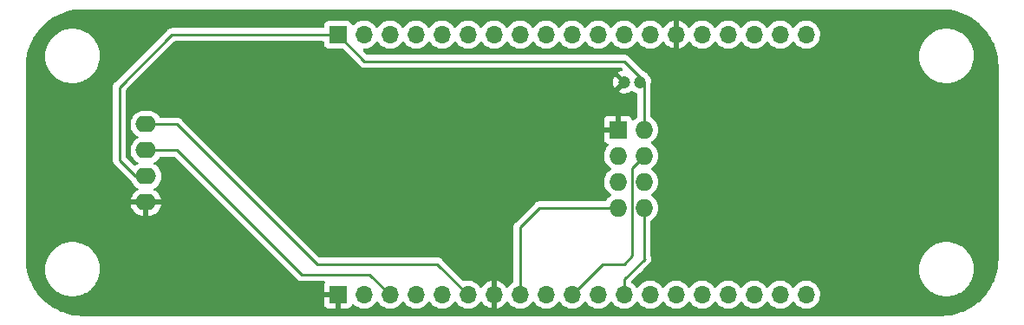
<source format=gbr>
%TF.GenerationSoftware,KiCad,Pcbnew,(6.0.10-0)*%
%TF.CreationDate,2023-02-16T19:20:24+01:00*%
%TF.ProjectId,openDTU_wDisplay,6f70656e-4454-4555-9f77-446973706c61,rev?*%
%TF.SameCoordinates,Original*%
%TF.FileFunction,Copper,L1,Top*%
%TF.FilePolarity,Positive*%
%FSLAX46Y46*%
G04 Gerber Fmt 4.6, Leading zero omitted, Abs format (unit mm)*
G04 Created by KiCad (PCBNEW (6.0.10-0)) date 2023-02-16 19:20:24*
%MOMM*%
%LPD*%
G01*
G04 APERTURE LIST*
%TA.AperFunction,ComponentPad*%
%ADD10R,1.727200X1.727200*%
%TD*%
%TA.AperFunction,ComponentPad*%
%ADD11O,1.727200X1.727200*%
%TD*%
%TA.AperFunction,ComponentPad*%
%ADD12C,1.200000*%
%TD*%
%TA.AperFunction,ComponentPad*%
%ADD13O,2.000000X1.600000*%
%TD*%
%TA.AperFunction,ComponentPad*%
%ADD14R,1.700000X1.700000*%
%TD*%
%TA.AperFunction,ComponentPad*%
%ADD15O,1.700000X1.700000*%
%TD*%
%TA.AperFunction,Conductor*%
%ADD16C,0.250000*%
%TD*%
G04 APERTURE END LIST*
D10*
%TO.P,NRF24L01+1,1,GND*%
%TO.N,GND*%
X148272500Y-81883000D03*
D11*
%TO.P,NRF24L01+1,2,VCC*%
%TO.N,PWR3x3*%
X150812500Y-81883000D03*
%TO.P,NRF24L01+1,3,CE*%
%TO.N,CE*%
X148272500Y-84423000D03*
%TO.P,NRF24L01+1,4,~{CSN}*%
%TO.N,~{CSN}*%
X150812500Y-84423000D03*
%TO.P,NRF24L01+1,5,SCK*%
%TO.N,SCK*%
X148272500Y-86963000D03*
%TO.P,NRF24L01+1,6,MOSI*%
%TO.N,MOSI*%
X150812500Y-86963000D03*
%TO.P,NRF24L01+1,7,MISO*%
%TO.N,MISO*%
X148272500Y-89503000D03*
%TO.P,NRF24L01+1,8,IRQ*%
%TO.N,IRQ*%
X150812500Y-89503000D03*
%TD*%
D12*
%TO.P,+ C1,1*%
%TO.N,PWR3x3*%
X150368000Y-77216000D03*
%TO.P,+ C1,2*%
%TO.N,GND*%
X148868000Y-77216000D03*
%TD*%
D13*
%TO.P,SSD1306,1,GND*%
%TO.N,GND*%
X102176000Y-88964000D03*
%TO.P,SSD1306,2,VCC*%
%TO.N,PWR3x3*%
X102176000Y-86424000D03*
%TO.P,SSD1306,3,SCL*%
%TO.N,SCL*%
X102176000Y-83884000D03*
%TO.P,SSD1306,4,SDA*%
%TO.N,SDA*%
X102176000Y-81344000D03*
%TD*%
D14*
%TO.P,ESP32NodeMCU1,1,3V3*%
%TO.N,PWR3x3*%
X120914000Y-72591500D03*
D15*
%TO.P,ESP32NodeMCU1,2,EN*%
%TO.N,unconnected-(ESP32NodeMCU1-Pad2)*%
X123454000Y-72591500D03*
%TO.P,ESP32NodeMCU1,3,SP*%
%TO.N,unconnected-(ESP32NodeMCU1-Pad3)*%
X125994000Y-72591500D03*
%TO.P,ESP32NodeMCU1,4,SN*%
%TO.N,unconnected-(ESP32NodeMCU1-Pad4)*%
X128534000Y-72591500D03*
%TO.P,ESP32NodeMCU1,5,G34*%
%TO.N,unconnected-(ESP32NodeMCU1-Pad5)*%
X131074000Y-72591500D03*
%TO.P,ESP32NodeMCU1,6,G35*%
%TO.N,unconnected-(ESP32NodeMCU1-Pad6)*%
X133614000Y-72591500D03*
%TO.P,ESP32NodeMCU1,7,G32*%
%TO.N,unconnected-(ESP32NodeMCU1-Pad7)*%
X136154000Y-72591500D03*
%TO.P,ESP32NodeMCU1,8,G33*%
%TO.N,unconnected-(ESP32NodeMCU1-Pad8)*%
X138694000Y-72591500D03*
%TO.P,ESP32NodeMCU1,9,G25*%
%TO.N,unconnected-(ESP32NodeMCU1-Pad9)*%
X141234000Y-72591500D03*
%TO.P,ESP32NodeMCU1,10,G26*%
%TO.N,unconnected-(ESP32NodeMCU1-Pad10)*%
X143774000Y-72591500D03*
%TO.P,ESP32NodeMCU1,11,G27*%
%TO.N,unconnected-(ESP32NodeMCU1-Pad11)*%
X146314000Y-72591500D03*
%TO.P,ESP32NodeMCU1,12,G14*%
%TO.N,unconnected-(ESP32NodeMCU1-Pad12)*%
X148854000Y-72591500D03*
%TO.P,ESP32NodeMCU1,13,G12*%
%TO.N,unconnected-(ESP32NodeMCU1-Pad13)*%
X151394000Y-72591500D03*
%TO.P,ESP32NodeMCU1,14,GND*%
%TO.N,GND*%
X153934000Y-72591500D03*
%TO.P,ESP32NodeMCU1,15,G13*%
%TO.N,unconnected-(ESP32NodeMCU1-Pad15)*%
X156474000Y-72591500D03*
%TO.P,ESP32NodeMCU1,16,SD2*%
%TO.N,unconnected-(ESP32NodeMCU1-Pad16)*%
X159014000Y-72591500D03*
%TO.P,ESP32NodeMCU1,17,SD3*%
%TO.N,unconnected-(ESP32NodeMCU1-Pad17)*%
X161554000Y-72591500D03*
%TO.P,ESP32NodeMCU1,18,CMD*%
%TO.N,unconnected-(ESP32NodeMCU1-Pad18)*%
X164094000Y-72591500D03*
%TO.P,ESP32NodeMCU1,19,5V*%
%TO.N,unconnected-(ESP32NodeMCU1-Pad19)*%
X166634000Y-72591500D03*
%TO.P,ESP32NodeMCU1,20,CLK*%
%TO.N,unconnected-(ESP32NodeMCU1-Pad20)*%
X166634000Y-97991500D03*
%TO.P,ESP32NodeMCU1,21,SD0*%
%TO.N,unconnected-(ESP32NodeMCU1-Pad21)*%
X164094000Y-97991500D03*
%TO.P,ESP32NodeMCU1,22,SD1*%
%TO.N,unconnected-(ESP32NodeMCU1-Pad22)*%
X161554000Y-97991500D03*
%TO.P,ESP32NodeMCU1,23,G15*%
%TO.N,unconnected-(ESP32NodeMCU1-Pad23)*%
X159014000Y-97991500D03*
%TO.P,ESP32NodeMCU1,24,G2*%
%TO.N,unconnected-(ESP32NodeMCU1-Pad24)*%
X156474000Y-97991500D03*
%TO.P,ESP32NodeMCU1,25,G0*%
%TO.N,unconnected-(ESP32NodeMCU1-Pad25)*%
X153934000Y-97991500D03*
%TO.P,ESP32NodeMCU1,26,G4*%
%TO.N,CE*%
X151394000Y-97991500D03*
%TO.P,ESP32NodeMCU1,27,G16*%
%TO.N,IRQ*%
X148854000Y-97991500D03*
%TO.P,ESP32NodeMCU1,28,G17*%
%TO.N,unconnected-(ESP32NodeMCU1-Pad28)*%
X146314000Y-97991500D03*
%TO.P,ESP32NodeMCU1,29,G5*%
%TO.N,~{CSN}*%
X143774000Y-97991500D03*
%TO.P,ESP32NodeMCU1,30,G18*%
%TO.N,SCK*%
X141234000Y-97991500D03*
%TO.P,ESP32NodeMCU1,31,G19*%
%TO.N,MISO*%
X138694000Y-97991500D03*
%TO.P,ESP32NodeMCU1,32,GND*%
%TO.N,GND*%
X136154000Y-97991500D03*
%TO.P,ESP32NodeMCU1,33,G21*%
%TO.N,SDA*%
X133614000Y-97991500D03*
%TO.P,ESP32NodeMCU1,34,RXD*%
%TO.N,unconnected-(ESP32NodeMCU1-Pad34)*%
X131074000Y-97991500D03*
%TO.P,ESP32NodeMCU1,35,TXD*%
%TO.N,unconnected-(ESP32NodeMCU1-Pad35)*%
X128534000Y-97991500D03*
%TO.P,ESP32NodeMCU1,36,G22*%
%TO.N,SCL*%
X125994000Y-97991500D03*
%TO.P,ESP32NodeMCU1,37,G23*%
%TO.N,MOSI*%
X123454000Y-97991500D03*
D14*
%TO.P,ESP32NodeMCU1,38,GND*%
%TO.N,GND*%
X120914000Y-97991500D03*
%TD*%
D16*
%TO.N,PWR3x3*%
X123506500Y-75184000D02*
X148844000Y-75184000D01*
X101156000Y-86424000D02*
X102176000Y-86424000D01*
X99568000Y-84836000D02*
X101156000Y-86424000D01*
X148844000Y-75184000D02*
X150812500Y-77152500D01*
X120914000Y-72591500D02*
X104700500Y-72591500D01*
X104700500Y-72591500D02*
X99568000Y-77724000D01*
X120914000Y-72591500D02*
X123506500Y-75184000D01*
X150812500Y-77152500D02*
X150812500Y-81883000D01*
X99568000Y-77724000D02*
X99568000Y-84836000D01*
%TO.N,IRQ*%
X148854000Y-97991500D02*
X148854000Y-96510000D01*
X150812500Y-94424500D02*
X150812500Y-89503000D01*
X148854000Y-96510000D02*
X150876000Y-94488000D01*
X150876000Y-94488000D02*
X150812500Y-94424500D01*
%TO.N,~{CSN}*%
X149623900Y-85611600D02*
X150812500Y-84423000D01*
X149623900Y-94216100D02*
X149623900Y-85611600D01*
X146769500Y-94996000D02*
X148844000Y-94996000D01*
X148844000Y-94996000D02*
X149623900Y-94216100D01*
X143774000Y-97991500D02*
X146769500Y-94996000D01*
%TO.N,MISO*%
X138694000Y-91430000D02*
X140621000Y-89503000D01*
X140621000Y-89503000D02*
X148272500Y-89503000D01*
X138694000Y-97991500D02*
X138694000Y-91430000D01*
%TO.N,SDA*%
X102176000Y-81344000D02*
X105220000Y-81344000D01*
X118872000Y-94996000D02*
X130618500Y-94996000D01*
X130618500Y-94996000D02*
X133614000Y-97991500D01*
X105220000Y-81344000D02*
X118872000Y-94996000D01*
%TO.N,SCL*%
X117348000Y-96012000D02*
X124014500Y-96012000D01*
X105220000Y-83884000D02*
X117348000Y-96012000D01*
X124014500Y-96012000D02*
X125994000Y-97991500D01*
X102176000Y-83884000D02*
X105220000Y-83884000D01*
%TD*%
%TA.AperFunction,Conductor*%
%TO.N,GND*%
G36*
X179802018Y-70106000D02*
G01*
X179816852Y-70108310D01*
X179816855Y-70108310D01*
X179825724Y-70109691D01*
X179834626Y-70108527D01*
X179834627Y-70108527D01*
X179847104Y-70106896D01*
X179868385Y-70105930D01*
X180265440Y-70121530D01*
X180275303Y-70122306D01*
X180701167Y-70172710D01*
X180710939Y-70174258D01*
X181131523Y-70257918D01*
X181141143Y-70260228D01*
X181553866Y-70376628D01*
X181563275Y-70379685D01*
X181956575Y-70524780D01*
X181965601Y-70528110D01*
X181974738Y-70531895D01*
X182364182Y-70711431D01*
X182372987Y-70715918D01*
X182747145Y-70925457D01*
X182755581Y-70930626D01*
X183112139Y-71168871D01*
X183120128Y-71174675D01*
X183228961Y-71260472D01*
X183456901Y-71440166D01*
X183464424Y-71446591D01*
X183597284Y-71569405D01*
X183779335Y-71737691D01*
X183786309Y-71744665D01*
X183942372Y-71913493D01*
X184077409Y-72059576D01*
X184083834Y-72067099D01*
X184235097Y-72258974D01*
X184336371Y-72387439D01*
X184349319Y-72403864D01*
X184355129Y-72411861D01*
X184472919Y-72588146D01*
X184593374Y-72768419D01*
X184598543Y-72776855D01*
X184808082Y-73151013D01*
X184812569Y-73159818D01*
X184989661Y-73543960D01*
X184992104Y-73549259D01*
X184995890Y-73558399D01*
X185144315Y-73960725D01*
X185147372Y-73970134D01*
X185263772Y-74382857D01*
X185266082Y-74392477D01*
X185349742Y-74813061D01*
X185351290Y-74822833D01*
X185401694Y-75248697D01*
X185402470Y-75258560D01*
X185417776Y-75648134D01*
X185416373Y-75672463D01*
X185415691Y-75676847D01*
X185414309Y-75685724D01*
X185415473Y-75694626D01*
X185415473Y-75694628D01*
X185418436Y-75717283D01*
X185419500Y-75733621D01*
X185419500Y-94438633D01*
X185418000Y-94458018D01*
X185416189Y-94469652D01*
X185414309Y-94481724D01*
X185415473Y-94490626D01*
X185415473Y-94490627D01*
X185417104Y-94503104D01*
X185418070Y-94524385D01*
X185402470Y-94921440D01*
X185401694Y-94931303D01*
X185351290Y-95357167D01*
X185349742Y-95366939D01*
X185266082Y-95787523D01*
X185263772Y-95797143D01*
X185147372Y-96209866D01*
X185144315Y-96219275D01*
X185009616Y-96584396D01*
X184995890Y-96621601D01*
X184992105Y-96630738D01*
X184815353Y-97014144D01*
X184812574Y-97020172D01*
X184808082Y-97028987D01*
X184598543Y-97403145D01*
X184593374Y-97411581D01*
X184362237Y-97757502D01*
X184355134Y-97768132D01*
X184349325Y-97776128D01*
X184254758Y-97896086D01*
X184083834Y-98112901D01*
X184077409Y-98120424D01*
X184038515Y-98162500D01*
X183786309Y-98435335D01*
X183779335Y-98442309D01*
X183719140Y-98497953D01*
X183464424Y-98733409D01*
X183456901Y-98739834D01*
X183291197Y-98870465D01*
X183120128Y-99005325D01*
X183112139Y-99011129D01*
X182966964Y-99108132D01*
X182755581Y-99249374D01*
X182747145Y-99254543D01*
X182372987Y-99464082D01*
X182364182Y-99468569D01*
X181974741Y-99648104D01*
X181965604Y-99651889D01*
X181764438Y-99726102D01*
X181563275Y-99800315D01*
X181553866Y-99803372D01*
X181141143Y-99919772D01*
X181131523Y-99922082D01*
X180710939Y-100005742D01*
X180701167Y-100007290D01*
X180275303Y-100057694D01*
X180265440Y-100058470D01*
X179875866Y-100073776D01*
X179851537Y-100072373D01*
X179847153Y-100071691D01*
X179847152Y-100071691D01*
X179838276Y-100070309D01*
X179829374Y-100071473D01*
X179829372Y-100071473D01*
X179814323Y-100073441D01*
X179806714Y-100074436D01*
X179790379Y-100075500D01*
X96061367Y-100075500D01*
X96041982Y-100074000D01*
X96027148Y-100071690D01*
X96027145Y-100071690D01*
X96018276Y-100070309D01*
X96009374Y-100071473D01*
X96009373Y-100071473D01*
X95996896Y-100073104D01*
X95975615Y-100074070D01*
X95578560Y-100058470D01*
X95568697Y-100057694D01*
X95142833Y-100007290D01*
X95133061Y-100005742D01*
X94712477Y-99922082D01*
X94702857Y-99919772D01*
X94290134Y-99803372D01*
X94280725Y-99800315D01*
X94079562Y-99726102D01*
X93878396Y-99651889D01*
X93869259Y-99648104D01*
X93479818Y-99468569D01*
X93471013Y-99464082D01*
X93096855Y-99254543D01*
X93088419Y-99249374D01*
X92877036Y-99108132D01*
X92731861Y-99011129D01*
X92723872Y-99005325D01*
X92572723Y-98886169D01*
X119556001Y-98886169D01*
X119556371Y-98892990D01*
X119561895Y-98943852D01*
X119565521Y-98959104D01*
X119610676Y-99079554D01*
X119619214Y-99095149D01*
X119695715Y-99197224D01*
X119708276Y-99209785D01*
X119810351Y-99286286D01*
X119825946Y-99294824D01*
X119946394Y-99339978D01*
X119961649Y-99343605D01*
X120012514Y-99349131D01*
X120019328Y-99349500D01*
X120641885Y-99349500D01*
X120657124Y-99345025D01*
X120658329Y-99343635D01*
X120660000Y-99335952D01*
X120660000Y-98263615D01*
X120655525Y-98248376D01*
X120654135Y-98247171D01*
X120646452Y-98245500D01*
X119574116Y-98245500D01*
X119558877Y-98249975D01*
X119557672Y-98251365D01*
X119556001Y-98259048D01*
X119556001Y-98886169D01*
X92572723Y-98886169D01*
X92552803Y-98870465D01*
X92387099Y-98739834D01*
X92379576Y-98733409D01*
X92124860Y-98497953D01*
X92064665Y-98442309D01*
X92057691Y-98435335D01*
X91805485Y-98162500D01*
X91766591Y-98120424D01*
X91760166Y-98112901D01*
X91589242Y-97896086D01*
X91494675Y-97776128D01*
X91488866Y-97768132D01*
X91481764Y-97757502D01*
X91250626Y-97411581D01*
X91245457Y-97403145D01*
X91035918Y-97028987D01*
X91031426Y-97020172D01*
X91028648Y-97014144D01*
X90851895Y-96630738D01*
X90848110Y-96621601D01*
X90834385Y-96584396D01*
X90699685Y-96219275D01*
X90696628Y-96209866D01*
X90580228Y-95797143D01*
X90577918Y-95787523D01*
X90530768Y-95550485D01*
X92332854Y-95550485D01*
X92333156Y-95554320D01*
X92351108Y-95782417D01*
X92358370Y-95874695D01*
X92423206Y-96193378D01*
X92526398Y-96501784D01*
X92528052Y-96505253D01*
X92528053Y-96505254D01*
X92552619Y-96556758D01*
X92666405Y-96795316D01*
X92668467Y-96798553D01*
X92668470Y-96798558D01*
X92704430Y-96855003D01*
X92841141Y-97069597D01*
X92843584Y-97072560D01*
X92843585Y-97072562D01*
X93042194Y-97313493D01*
X93048001Y-97320538D01*
X93283902Y-97544399D01*
X93545326Y-97737843D01*
X93591279Y-97763842D01*
X93825019Y-97896086D01*
X93825023Y-97896088D01*
X93828376Y-97897985D01*
X94128832Y-98022438D01*
X94232288Y-98051129D01*
X94438500Y-98108317D01*
X94438508Y-98108319D01*
X94442216Y-98109347D01*
X94763856Y-98157416D01*
X94767154Y-98157560D01*
X94878918Y-98162440D01*
X94878922Y-98162440D01*
X94880294Y-98162500D01*
X95078598Y-98162500D01*
X95320605Y-98147698D01*
X95324388Y-98146997D01*
X95324395Y-98146996D01*
X95487365Y-98116791D01*
X95640372Y-98088433D01*
X95849682Y-98022438D01*
X95946860Y-97991798D01*
X95946863Y-97991797D01*
X95950532Y-97990640D01*
X95954029Y-97989046D01*
X95954035Y-97989044D01*
X96242954Y-97857376D01*
X96242958Y-97857374D01*
X96246462Y-97855777D01*
X96349621Y-97792561D01*
X96520473Y-97687863D01*
X96520476Y-97687861D01*
X96523751Y-97685854D01*
X96526755Y-97683464D01*
X96526760Y-97683461D01*
X96697743Y-97547454D01*
X96778264Y-97483405D01*
X96780958Y-97480664D01*
X96780962Y-97480660D01*
X97003513Y-97254190D01*
X97003517Y-97254185D01*
X97006208Y-97251447D01*
X97162555Y-97047692D01*
X97201835Y-96996502D01*
X97201837Y-96996498D01*
X97204185Y-96993439D01*
X97348678Y-96748138D01*
X97367289Y-96716543D01*
X97367291Y-96716540D01*
X97369242Y-96713227D01*
X97498920Y-96414988D01*
X97508873Y-96381389D01*
X97565681Y-96189607D01*
X97591285Y-96103169D01*
X97644961Y-95782417D01*
X97659146Y-95457515D01*
X97646388Y-95295410D01*
X97633932Y-95137140D01*
X97633932Y-95137137D01*
X97633630Y-95133305D01*
X97568794Y-94814622D01*
X97465602Y-94506216D01*
X97462901Y-94500552D01*
X97366431Y-94298299D01*
X97325595Y-94212684D01*
X97318189Y-94201058D01*
X97199377Y-94014561D01*
X97150859Y-93938403D01*
X97003470Y-93759606D01*
X96946442Y-93690425D01*
X96946438Y-93690420D01*
X96943999Y-93687462D01*
X96708098Y-93463601D01*
X96446674Y-93270157D01*
X96241781Y-93154234D01*
X96166981Y-93111914D01*
X96166977Y-93111912D01*
X96163624Y-93110015D01*
X95863168Y-92985562D01*
X95759712Y-92956871D01*
X95553500Y-92899683D01*
X95553492Y-92899681D01*
X95549784Y-92898653D01*
X95228144Y-92850584D01*
X95224846Y-92850440D01*
X95113082Y-92845560D01*
X95113078Y-92845560D01*
X95111706Y-92845500D01*
X94913402Y-92845500D01*
X94671395Y-92860302D01*
X94667612Y-92861003D01*
X94667605Y-92861004D01*
X94511511Y-92889935D01*
X94351628Y-92919567D01*
X94167058Y-92977762D01*
X94045140Y-93016202D01*
X94045137Y-93016203D01*
X94041468Y-93017360D01*
X94037971Y-93018954D01*
X94037965Y-93018956D01*
X93749046Y-93150624D01*
X93749042Y-93150626D01*
X93745538Y-93152223D01*
X93468249Y-93322146D01*
X93465245Y-93324536D01*
X93465240Y-93324539D01*
X93340992Y-93423371D01*
X93213736Y-93524595D01*
X93211042Y-93527336D01*
X93211038Y-93527340D01*
X92988487Y-93753810D01*
X92988483Y-93753815D01*
X92985792Y-93756553D01*
X92787815Y-94014561D01*
X92694018Y-94173797D01*
X92626547Y-94288341D01*
X92622758Y-94294773D01*
X92493080Y-94593012D01*
X92491986Y-94596706D01*
X92491984Y-94596711D01*
X92462498Y-94696254D01*
X92400715Y-94904831D01*
X92347039Y-95225583D01*
X92332854Y-95550485D01*
X90530768Y-95550485D01*
X90494258Y-95366939D01*
X90492710Y-95357167D01*
X90442306Y-94931303D01*
X90441530Y-94921440D01*
X90428468Y-94588982D01*
X90426372Y-94535644D01*
X90428021Y-94509794D01*
X90428623Y-94506216D01*
X90429576Y-94500552D01*
X90429729Y-94488000D01*
X90425773Y-94460376D01*
X90424500Y-94442514D01*
X90424500Y-89230522D01*
X100693273Y-89230522D01*
X100740764Y-89407761D01*
X100744510Y-89418053D01*
X100836586Y-89615511D01*
X100842069Y-89625007D01*
X100967028Y-89803467D01*
X100974084Y-89811875D01*
X101128125Y-89965916D01*
X101136533Y-89972972D01*
X101314993Y-90097931D01*
X101324489Y-90103414D01*
X101521947Y-90195490D01*
X101532239Y-90199236D01*
X101742688Y-90255625D01*
X101753481Y-90257528D01*
X101907330Y-90270988D01*
X101919124Y-90267525D01*
X101920329Y-90266135D01*
X101922000Y-90258452D01*
X101922000Y-90253885D01*
X102430000Y-90253885D01*
X102434475Y-90269124D01*
X102435865Y-90270329D01*
X102440553Y-90271348D01*
X102598519Y-90257528D01*
X102609312Y-90255625D01*
X102819761Y-90199236D01*
X102830053Y-90195490D01*
X103027511Y-90103414D01*
X103037007Y-90097931D01*
X103215467Y-89972972D01*
X103223875Y-89965916D01*
X103377916Y-89811875D01*
X103384972Y-89803467D01*
X103509931Y-89625007D01*
X103515414Y-89615511D01*
X103607490Y-89418053D01*
X103611236Y-89407761D01*
X103657394Y-89235497D01*
X103657058Y-89221401D01*
X103649116Y-89218000D01*
X102448115Y-89218000D01*
X102432876Y-89222475D01*
X102431671Y-89223865D01*
X102430000Y-89231548D01*
X102430000Y-90253885D01*
X101922000Y-90253885D01*
X101922000Y-89236115D01*
X101917525Y-89220876D01*
X101916135Y-89219671D01*
X101908452Y-89218000D01*
X100708033Y-89218000D01*
X100694502Y-89221973D01*
X100693273Y-89230522D01*
X90424500Y-89230522D01*
X90424500Y-77703943D01*
X98929780Y-77703943D01*
X98930526Y-77711835D01*
X98933941Y-77747961D01*
X98934500Y-77759819D01*
X98934500Y-84757233D01*
X98933973Y-84768416D01*
X98932298Y-84775909D01*
X98932547Y-84783835D01*
X98932547Y-84783836D01*
X98934438Y-84843986D01*
X98934500Y-84847945D01*
X98934500Y-84875856D01*
X98934997Y-84879790D01*
X98934997Y-84879791D01*
X98935005Y-84879856D01*
X98935938Y-84891693D01*
X98937327Y-84935889D01*
X98942978Y-84955339D01*
X98946987Y-84974700D01*
X98949526Y-84994797D01*
X98952445Y-85002168D01*
X98952445Y-85002170D01*
X98965804Y-85035912D01*
X98969649Y-85047142D01*
X98981982Y-85089593D01*
X98986015Y-85096412D01*
X98986017Y-85096417D01*
X98992293Y-85107028D01*
X99000988Y-85124776D01*
X99008448Y-85143617D01*
X99013110Y-85150033D01*
X99013110Y-85150034D01*
X99034436Y-85179387D01*
X99040952Y-85189307D01*
X99063458Y-85227362D01*
X99077779Y-85241683D01*
X99090619Y-85256716D01*
X99102528Y-85273107D01*
X99108634Y-85278158D01*
X99136605Y-85301298D01*
X99145384Y-85309288D01*
X100652343Y-86816247D01*
X100659887Y-86824537D01*
X100664000Y-86831018D01*
X100669777Y-86836443D01*
X100713667Y-86877658D01*
X100716509Y-86880413D01*
X100736230Y-86900134D01*
X100739425Y-86902612D01*
X100748435Y-86910307D01*
X100749530Y-86911335D01*
X100777484Y-86949947D01*
X100838477Y-87080749D01*
X100969802Y-87268300D01*
X101131700Y-87430198D01*
X101136208Y-87433355D01*
X101136211Y-87433357D01*
X101188307Y-87469835D01*
X101319251Y-87561523D01*
X101324233Y-87563846D01*
X101324238Y-87563849D01*
X101359049Y-87580081D01*
X101412334Y-87626998D01*
X101431795Y-87695275D01*
X101411253Y-87763235D01*
X101359049Y-87808471D01*
X101324489Y-87824586D01*
X101314993Y-87830069D01*
X101136533Y-87955028D01*
X101128125Y-87962084D01*
X100974084Y-88116125D01*
X100967028Y-88124533D01*
X100842069Y-88302993D01*
X100836586Y-88312489D01*
X100744510Y-88509947D01*
X100740764Y-88520239D01*
X100694606Y-88692503D01*
X100694942Y-88706599D01*
X100702884Y-88710000D01*
X103643967Y-88710000D01*
X103657498Y-88706027D01*
X103658727Y-88697478D01*
X103611236Y-88520239D01*
X103607490Y-88509947D01*
X103515414Y-88312489D01*
X103509931Y-88302993D01*
X103384972Y-88124533D01*
X103377916Y-88116125D01*
X103223875Y-87962084D01*
X103215467Y-87955028D01*
X103037007Y-87830069D01*
X103027511Y-87824586D01*
X102992951Y-87808471D01*
X102939666Y-87761554D01*
X102920205Y-87693277D01*
X102940747Y-87625317D01*
X102992951Y-87580081D01*
X103027762Y-87563849D01*
X103027767Y-87563846D01*
X103032749Y-87561523D01*
X103163693Y-87469835D01*
X103215789Y-87433357D01*
X103215792Y-87433355D01*
X103220300Y-87430198D01*
X103382198Y-87268300D01*
X103513523Y-87080749D01*
X103515847Y-87075765D01*
X103515849Y-87075762D01*
X103607961Y-86878225D01*
X103607961Y-86878224D01*
X103610284Y-86873243D01*
X103655362Y-86705013D01*
X103668119Y-86657402D01*
X103668119Y-86657400D01*
X103669543Y-86652087D01*
X103689498Y-86424000D01*
X103669543Y-86195913D01*
X103648969Y-86119131D01*
X103611707Y-85980067D01*
X103611706Y-85980065D01*
X103610284Y-85974757D01*
X103607961Y-85969775D01*
X103515849Y-85772238D01*
X103515846Y-85772233D01*
X103513523Y-85767251D01*
X103440098Y-85662389D01*
X103385357Y-85584211D01*
X103385355Y-85584208D01*
X103382198Y-85579700D01*
X103220300Y-85417802D01*
X103215792Y-85414645D01*
X103215789Y-85414643D01*
X103079168Y-85318980D01*
X103032749Y-85286477D01*
X103027767Y-85284154D01*
X103027762Y-85284151D01*
X102993543Y-85268195D01*
X102940258Y-85221278D01*
X102920797Y-85153001D01*
X102941339Y-85085041D01*
X102993543Y-85039805D01*
X103027762Y-85023849D01*
X103027767Y-85023846D01*
X103032749Y-85021523D01*
X103166356Y-84927970D01*
X103215789Y-84893357D01*
X103215792Y-84893355D01*
X103220300Y-84890198D01*
X103382198Y-84728300D01*
X103461802Y-84614614D01*
X103492181Y-84571229D01*
X103547638Y-84526901D01*
X103595394Y-84517500D01*
X104905406Y-84517500D01*
X104973527Y-84537502D01*
X104994501Y-84554405D01*
X116844348Y-96404253D01*
X116851888Y-96412539D01*
X116856000Y-96419018D01*
X116861777Y-96424443D01*
X116905651Y-96465643D01*
X116908493Y-96468398D01*
X116928230Y-96488135D01*
X116931427Y-96490615D01*
X116940447Y-96498318D01*
X116972679Y-96528586D01*
X116979625Y-96532405D01*
X116979628Y-96532407D01*
X116990434Y-96538348D01*
X117006953Y-96549199D01*
X117022959Y-96561614D01*
X117030228Y-96564759D01*
X117030232Y-96564762D01*
X117063537Y-96579174D01*
X117074187Y-96584391D01*
X117112940Y-96605695D01*
X117120615Y-96607666D01*
X117120616Y-96607666D01*
X117132562Y-96610733D01*
X117151267Y-96617137D01*
X117169855Y-96625181D01*
X117177678Y-96626420D01*
X117177688Y-96626423D01*
X117213524Y-96632099D01*
X117225144Y-96634505D01*
X117260289Y-96643528D01*
X117267970Y-96645500D01*
X117288224Y-96645500D01*
X117307934Y-96647051D01*
X117327943Y-96650220D01*
X117335835Y-96649474D01*
X117371961Y-96646059D01*
X117383819Y-96645500D01*
X119548956Y-96645500D01*
X119617077Y-96665502D01*
X119663570Y-96719158D01*
X119673674Y-96789432D01*
X119649782Y-96847065D01*
X119619214Y-96887852D01*
X119610676Y-96903446D01*
X119565522Y-97023894D01*
X119561895Y-97039149D01*
X119556369Y-97090014D01*
X119556000Y-97096828D01*
X119556000Y-97719385D01*
X119560475Y-97734624D01*
X119561865Y-97735829D01*
X119569548Y-97737500D01*
X121042000Y-97737500D01*
X121110121Y-97757502D01*
X121156614Y-97811158D01*
X121168000Y-97863500D01*
X121168000Y-99331384D01*
X121172475Y-99346623D01*
X121173865Y-99347828D01*
X121181548Y-99349499D01*
X121808669Y-99349499D01*
X121815490Y-99349129D01*
X121866352Y-99343605D01*
X121881604Y-99339979D01*
X122002054Y-99294824D01*
X122017649Y-99286286D01*
X122119724Y-99209785D01*
X122132285Y-99197224D01*
X122208786Y-99095149D01*
X122217324Y-99079554D01*
X122258225Y-98970452D01*
X122300867Y-98913688D01*
X122367428Y-98888988D01*
X122436777Y-98904196D01*
X122471444Y-98932184D01*
X122496865Y-98961531D01*
X122496869Y-98961535D01*
X122500250Y-98965438D01*
X122672126Y-99108132D01*
X122865000Y-99220838D01*
X123073692Y-99300530D01*
X123078760Y-99301561D01*
X123078763Y-99301562D01*
X123173862Y-99320910D01*
X123292597Y-99345067D01*
X123297772Y-99345257D01*
X123297774Y-99345257D01*
X123510673Y-99353064D01*
X123510677Y-99353064D01*
X123515837Y-99353253D01*
X123520957Y-99352597D01*
X123520959Y-99352597D01*
X123732288Y-99325525D01*
X123732289Y-99325525D01*
X123737416Y-99324868D01*
X123742366Y-99323383D01*
X123946429Y-99262161D01*
X123946434Y-99262159D01*
X123951384Y-99260674D01*
X124151994Y-99162396D01*
X124333860Y-99032673D01*
X124355475Y-99011134D01*
X124434701Y-98932184D01*
X124492096Y-98874989D01*
X124622453Y-98693577D01*
X124623776Y-98694528D01*
X124670645Y-98651357D01*
X124740580Y-98639125D01*
X124806026Y-98666644D01*
X124833875Y-98698494D01*
X124893987Y-98796588D01*
X125040250Y-98965438D01*
X125212126Y-99108132D01*
X125405000Y-99220838D01*
X125613692Y-99300530D01*
X125618760Y-99301561D01*
X125618763Y-99301562D01*
X125713862Y-99320910D01*
X125832597Y-99345067D01*
X125837772Y-99345257D01*
X125837774Y-99345257D01*
X126050673Y-99353064D01*
X126050677Y-99353064D01*
X126055837Y-99353253D01*
X126060957Y-99352597D01*
X126060959Y-99352597D01*
X126272288Y-99325525D01*
X126272289Y-99325525D01*
X126277416Y-99324868D01*
X126282366Y-99323383D01*
X126486429Y-99262161D01*
X126486434Y-99262159D01*
X126491384Y-99260674D01*
X126691994Y-99162396D01*
X126873860Y-99032673D01*
X126895475Y-99011134D01*
X126974701Y-98932184D01*
X127032096Y-98874989D01*
X127162453Y-98693577D01*
X127163776Y-98694528D01*
X127210645Y-98651357D01*
X127280580Y-98639125D01*
X127346026Y-98666644D01*
X127373875Y-98698494D01*
X127433987Y-98796588D01*
X127580250Y-98965438D01*
X127752126Y-99108132D01*
X127945000Y-99220838D01*
X128153692Y-99300530D01*
X128158760Y-99301561D01*
X128158763Y-99301562D01*
X128253862Y-99320910D01*
X128372597Y-99345067D01*
X128377772Y-99345257D01*
X128377774Y-99345257D01*
X128590673Y-99353064D01*
X128590677Y-99353064D01*
X128595837Y-99353253D01*
X128600957Y-99352597D01*
X128600959Y-99352597D01*
X128812288Y-99325525D01*
X128812289Y-99325525D01*
X128817416Y-99324868D01*
X128822366Y-99323383D01*
X129026429Y-99262161D01*
X129026434Y-99262159D01*
X129031384Y-99260674D01*
X129231994Y-99162396D01*
X129413860Y-99032673D01*
X129435475Y-99011134D01*
X129514701Y-98932184D01*
X129572096Y-98874989D01*
X129702453Y-98693577D01*
X129703776Y-98694528D01*
X129750645Y-98651357D01*
X129820580Y-98639125D01*
X129886026Y-98666644D01*
X129913875Y-98698494D01*
X129973987Y-98796588D01*
X130120250Y-98965438D01*
X130292126Y-99108132D01*
X130485000Y-99220838D01*
X130693692Y-99300530D01*
X130698760Y-99301561D01*
X130698763Y-99301562D01*
X130793862Y-99320910D01*
X130912597Y-99345067D01*
X130917772Y-99345257D01*
X130917774Y-99345257D01*
X131130673Y-99353064D01*
X131130677Y-99353064D01*
X131135837Y-99353253D01*
X131140957Y-99352597D01*
X131140959Y-99352597D01*
X131352288Y-99325525D01*
X131352289Y-99325525D01*
X131357416Y-99324868D01*
X131362366Y-99323383D01*
X131566429Y-99262161D01*
X131566434Y-99262159D01*
X131571384Y-99260674D01*
X131771994Y-99162396D01*
X131953860Y-99032673D01*
X131975475Y-99011134D01*
X132054701Y-98932184D01*
X132112096Y-98874989D01*
X132242453Y-98693577D01*
X132243776Y-98694528D01*
X132290645Y-98651357D01*
X132360580Y-98639125D01*
X132426026Y-98666644D01*
X132453875Y-98698494D01*
X132513987Y-98796588D01*
X132660250Y-98965438D01*
X132832126Y-99108132D01*
X133025000Y-99220838D01*
X133233692Y-99300530D01*
X133238760Y-99301561D01*
X133238763Y-99301562D01*
X133333862Y-99320910D01*
X133452597Y-99345067D01*
X133457772Y-99345257D01*
X133457774Y-99345257D01*
X133670673Y-99353064D01*
X133670677Y-99353064D01*
X133675837Y-99353253D01*
X133680957Y-99352597D01*
X133680959Y-99352597D01*
X133892288Y-99325525D01*
X133892289Y-99325525D01*
X133897416Y-99324868D01*
X133902366Y-99323383D01*
X134106429Y-99262161D01*
X134106434Y-99262159D01*
X134111384Y-99260674D01*
X134311994Y-99162396D01*
X134493860Y-99032673D01*
X134515475Y-99011134D01*
X134594701Y-98932184D01*
X134652096Y-98874989D01*
X134782453Y-98693577D01*
X134783640Y-98694430D01*
X134830960Y-98650862D01*
X134900897Y-98638645D01*
X134966338Y-98666178D01*
X134994166Y-98698011D01*
X135051694Y-98791888D01*
X135057777Y-98800199D01*
X135197213Y-98961167D01*
X135204580Y-98968383D01*
X135368434Y-99104416D01*
X135376881Y-99110331D01*
X135560756Y-99217779D01*
X135570042Y-99222229D01*
X135769001Y-99298203D01*
X135778899Y-99301079D01*
X135882250Y-99322106D01*
X135896299Y-99320910D01*
X135900000Y-99310565D01*
X135900000Y-96674602D01*
X135896082Y-96661258D01*
X135881806Y-96659271D01*
X135843324Y-96665160D01*
X135833288Y-96667551D01*
X135630868Y-96733712D01*
X135621359Y-96737709D01*
X135432463Y-96836042D01*
X135423738Y-96841536D01*
X135253433Y-96969405D01*
X135245726Y-96976248D01*
X135098590Y-97130217D01*
X135092109Y-97138222D01*
X134987498Y-97291574D01*
X134932587Y-97336576D01*
X134862062Y-97344747D01*
X134798315Y-97313493D01*
X134777618Y-97289009D01*
X134696822Y-97164117D01*
X134696820Y-97164114D01*
X134694014Y-97159777D01*
X134543670Y-96994551D01*
X134539619Y-96991352D01*
X134539615Y-96991348D01*
X134372414Y-96859300D01*
X134372410Y-96859298D01*
X134368359Y-96856098D01*
X134363831Y-96853598D01*
X134258252Y-96795316D01*
X134172789Y-96748138D01*
X134167920Y-96746414D01*
X134167916Y-96746412D01*
X133967087Y-96675295D01*
X133967083Y-96675294D01*
X133962212Y-96673569D01*
X133957119Y-96672662D01*
X133957116Y-96672661D01*
X133747373Y-96635300D01*
X133747367Y-96635299D01*
X133742284Y-96634394D01*
X133668452Y-96633492D01*
X133524081Y-96631728D01*
X133524079Y-96631728D01*
X133518911Y-96631665D01*
X133298091Y-96665455D01*
X133285532Y-96669560D01*
X133214568Y-96671710D01*
X133157294Y-96638889D01*
X131122152Y-94603747D01*
X131114612Y-94595461D01*
X131110500Y-94588982D01*
X131060848Y-94542356D01*
X131058007Y-94539602D01*
X131038270Y-94519865D01*
X131035073Y-94517385D01*
X131026051Y-94509680D01*
X131016331Y-94500552D01*
X130993821Y-94479414D01*
X130986875Y-94475595D01*
X130986872Y-94475593D01*
X130976066Y-94469652D01*
X130959547Y-94458801D01*
X130950117Y-94451487D01*
X130943541Y-94446386D01*
X130936272Y-94443241D01*
X130936268Y-94443238D01*
X130902963Y-94428826D01*
X130892313Y-94423609D01*
X130853560Y-94402305D01*
X130833937Y-94397267D01*
X130815234Y-94390863D01*
X130803920Y-94385967D01*
X130803919Y-94385967D01*
X130796645Y-94382819D01*
X130788822Y-94381580D01*
X130788812Y-94381577D01*
X130752976Y-94375901D01*
X130741356Y-94373495D01*
X130706211Y-94364472D01*
X130706210Y-94364472D01*
X130698530Y-94362500D01*
X130678276Y-94362500D01*
X130658565Y-94360949D01*
X130650181Y-94359621D01*
X130638557Y-94357780D01*
X130609286Y-94360547D01*
X130594539Y-94361941D01*
X130582681Y-94362500D01*
X119186594Y-94362500D01*
X119118473Y-94342498D01*
X119097499Y-94325595D01*
X106382790Y-81610885D01*
X146900900Y-81610885D01*
X146905375Y-81626124D01*
X146906765Y-81627329D01*
X146914448Y-81629000D01*
X148000385Y-81629000D01*
X148015624Y-81624525D01*
X148016829Y-81623135D01*
X148018500Y-81615452D01*
X148018500Y-80529516D01*
X148014025Y-80514277D01*
X148012635Y-80513072D01*
X148004952Y-80511401D01*
X147364231Y-80511401D01*
X147357410Y-80511771D01*
X147306548Y-80517295D01*
X147291296Y-80520921D01*
X147170846Y-80566076D01*
X147155251Y-80574614D01*
X147053176Y-80651115D01*
X147040615Y-80663676D01*
X146964114Y-80765751D01*
X146955576Y-80781346D01*
X146910422Y-80901794D01*
X146906795Y-80917049D01*
X146901269Y-80967914D01*
X146900900Y-80974728D01*
X146900900Y-81610885D01*
X106382790Y-81610885D01*
X105723652Y-80951747D01*
X105716112Y-80943461D01*
X105712000Y-80936982D01*
X105662348Y-80890356D01*
X105659507Y-80887602D01*
X105639770Y-80867865D01*
X105636573Y-80865385D01*
X105627551Y-80857680D01*
X105601100Y-80832841D01*
X105595321Y-80827414D01*
X105588375Y-80823595D01*
X105588372Y-80823593D01*
X105577566Y-80817652D01*
X105561047Y-80806801D01*
X105560583Y-80806441D01*
X105545041Y-80794386D01*
X105537772Y-80791241D01*
X105537768Y-80791238D01*
X105504463Y-80776826D01*
X105493813Y-80771609D01*
X105455060Y-80750305D01*
X105435437Y-80745267D01*
X105416734Y-80738863D01*
X105405420Y-80733967D01*
X105405419Y-80733967D01*
X105398145Y-80730819D01*
X105390322Y-80729580D01*
X105390312Y-80729577D01*
X105354476Y-80723901D01*
X105342856Y-80721495D01*
X105307711Y-80712472D01*
X105307710Y-80712472D01*
X105300030Y-80710500D01*
X105279776Y-80710500D01*
X105260065Y-80708949D01*
X105247886Y-80707020D01*
X105240057Y-80705780D01*
X105232165Y-80706526D01*
X105196039Y-80709941D01*
X105184181Y-80710500D01*
X103595394Y-80710500D01*
X103527273Y-80690498D01*
X103492181Y-80656771D01*
X103385357Y-80504211D01*
X103385355Y-80504208D01*
X103382198Y-80499700D01*
X103220300Y-80337802D01*
X103215792Y-80334645D01*
X103215789Y-80334643D01*
X103137611Y-80279902D01*
X103032749Y-80206477D01*
X103027767Y-80204154D01*
X103027762Y-80204151D01*
X102830225Y-80112039D01*
X102830224Y-80112039D01*
X102825243Y-80109716D01*
X102819935Y-80108294D01*
X102819933Y-80108293D01*
X102609402Y-80051881D01*
X102609400Y-80051881D01*
X102604087Y-80050457D01*
X102504520Y-80041746D01*
X102435851Y-80035738D01*
X102435844Y-80035738D01*
X102433127Y-80035500D01*
X101918873Y-80035500D01*
X101916156Y-80035738D01*
X101916149Y-80035738D01*
X101847480Y-80041746D01*
X101747913Y-80050457D01*
X101742600Y-80051881D01*
X101742598Y-80051881D01*
X101532067Y-80108293D01*
X101532065Y-80108294D01*
X101526757Y-80109716D01*
X101521776Y-80112039D01*
X101521775Y-80112039D01*
X101324238Y-80204151D01*
X101324233Y-80204154D01*
X101319251Y-80206477D01*
X101214389Y-80279902D01*
X101136211Y-80334643D01*
X101136208Y-80334645D01*
X101131700Y-80337802D01*
X100969802Y-80499700D01*
X100966645Y-80504208D01*
X100966643Y-80504211D01*
X100911902Y-80582389D01*
X100838477Y-80687251D01*
X100836154Y-80692233D01*
X100836151Y-80692238D01*
X100745052Y-80887602D01*
X100741716Y-80894757D01*
X100740294Y-80900065D01*
X100740293Y-80900067D01*
X100735743Y-80917049D01*
X100682457Y-81115913D01*
X100662502Y-81344000D01*
X100682457Y-81572087D01*
X100683881Y-81577400D01*
X100683881Y-81577402D01*
X100696639Y-81625013D01*
X100741716Y-81793243D01*
X100744039Y-81798224D01*
X100744039Y-81798225D01*
X100836151Y-81995762D01*
X100836154Y-81995767D01*
X100838477Y-82000749D01*
X100890198Y-82074614D01*
X100943368Y-82150548D01*
X100969802Y-82188300D01*
X101131700Y-82350198D01*
X101136208Y-82353355D01*
X101136211Y-82353357D01*
X101188307Y-82389835D01*
X101319251Y-82481523D01*
X101324233Y-82483846D01*
X101324238Y-82483849D01*
X101358457Y-82499805D01*
X101411742Y-82546722D01*
X101431203Y-82614999D01*
X101410661Y-82682959D01*
X101358457Y-82728195D01*
X101324238Y-82744151D01*
X101324233Y-82744154D01*
X101319251Y-82746477D01*
X101272832Y-82778980D01*
X101136211Y-82874643D01*
X101136208Y-82874645D01*
X101131700Y-82877802D01*
X100969802Y-83039700D01*
X100966645Y-83044208D01*
X100966643Y-83044211D01*
X100951654Y-83065618D01*
X100838477Y-83227251D01*
X100836154Y-83232233D01*
X100836151Y-83232238D01*
X100745052Y-83427602D01*
X100741716Y-83434757D01*
X100740294Y-83440065D01*
X100740293Y-83440067D01*
X100707935Y-83560827D01*
X100682457Y-83655913D01*
X100662502Y-83884000D01*
X100682457Y-84112087D01*
X100683881Y-84117400D01*
X100683881Y-84117402D01*
X100696639Y-84165013D01*
X100741716Y-84333243D01*
X100744039Y-84338224D01*
X100744039Y-84338225D01*
X100836151Y-84535762D01*
X100836154Y-84535767D01*
X100838477Y-84540749D01*
X100969802Y-84728300D01*
X101131700Y-84890198D01*
X101136208Y-84893355D01*
X101136211Y-84893357D01*
X101185644Y-84927970D01*
X101319251Y-85021523D01*
X101324233Y-85023846D01*
X101324238Y-85023849D01*
X101358457Y-85039805D01*
X101411742Y-85086722D01*
X101431203Y-85154999D01*
X101410661Y-85222959D01*
X101358457Y-85268195D01*
X101324238Y-85284151D01*
X101324233Y-85284154D01*
X101319251Y-85286477D01*
X101167728Y-85392575D01*
X101100454Y-85415263D01*
X101031594Y-85397978D01*
X101006361Y-85378457D01*
X100630075Y-85002170D01*
X100238404Y-84610499D01*
X100204379Y-84548187D01*
X100201500Y-84521404D01*
X100201500Y-78038594D01*
X100221502Y-77970473D01*
X100238405Y-77949499D01*
X100995266Y-77192638D01*
X147756012Y-77192638D01*
X147768575Y-77384304D01*
X147770376Y-77395674D01*
X147817657Y-77581843D01*
X147821498Y-77592690D01*
X147901916Y-77767130D01*
X147907664Y-77777086D01*
X147913788Y-77785751D01*
X147924377Y-77794140D01*
X147937676Y-77787113D01*
X148495979Y-77228811D01*
X148503592Y-77214868D01*
X148503461Y-77213034D01*
X148499210Y-77206420D01*
X147936538Y-76643749D01*
X147924163Y-76636992D01*
X147918197Y-76641458D01*
X147842645Y-76785058D01*
X147838242Y-76795691D01*
X147781281Y-76979132D01*
X147778891Y-76990376D01*
X147756313Y-77181137D01*
X147756012Y-77192638D01*
X100995266Y-77192638D01*
X104926000Y-73261905D01*
X104988312Y-73227879D01*
X105015095Y-73225000D01*
X119429500Y-73225000D01*
X119497621Y-73245002D01*
X119544114Y-73298658D01*
X119555500Y-73351000D01*
X119555500Y-73489634D01*
X119562255Y-73551816D01*
X119613385Y-73688205D01*
X119700739Y-73804761D01*
X119817295Y-73892115D01*
X119953684Y-73943245D01*
X120015866Y-73950000D01*
X121324406Y-73950000D01*
X121392527Y-73970002D01*
X121413501Y-73986905D01*
X123002843Y-75576247D01*
X123010387Y-75584537D01*
X123014500Y-75591018D01*
X123020277Y-75596443D01*
X123064167Y-75637658D01*
X123067009Y-75640413D01*
X123086731Y-75660135D01*
X123089855Y-75662558D01*
X123089859Y-75662562D01*
X123089924Y-75662612D01*
X123098945Y-75670317D01*
X123131179Y-75700586D01*
X123138127Y-75704405D01*
X123138129Y-75704407D01*
X123148932Y-75710346D01*
X123165459Y-75721202D01*
X123175198Y-75728757D01*
X123175200Y-75728758D01*
X123181460Y-75733614D01*
X123222040Y-75751174D01*
X123232688Y-75756391D01*
X123271440Y-75777695D01*
X123279116Y-75779666D01*
X123279119Y-75779667D01*
X123291062Y-75782733D01*
X123309767Y-75789137D01*
X123328355Y-75797181D01*
X123336178Y-75798420D01*
X123336188Y-75798423D01*
X123372024Y-75804099D01*
X123383644Y-75806505D01*
X123418789Y-75815528D01*
X123426470Y-75817500D01*
X123446724Y-75817500D01*
X123466434Y-75819051D01*
X123486443Y-75822220D01*
X123494335Y-75821474D01*
X123530461Y-75818059D01*
X123542319Y-75817500D01*
X148529406Y-75817500D01*
X148597527Y-75837502D01*
X148618501Y-75854405D01*
X148685504Y-75921408D01*
X148719530Y-75983720D01*
X148714465Y-76054535D01*
X148671918Y-76111371D01*
X148617747Y-76134683D01*
X148585697Y-76140190D01*
X148574577Y-76143170D01*
X148394365Y-76209653D01*
X148383991Y-76214601D01*
X148300385Y-76264342D01*
X148290788Y-76274675D01*
X148294275Y-76283065D01*
X149138115Y-77126905D01*
X149172141Y-77189217D01*
X149167076Y-77260032D01*
X149138115Y-77305095D01*
X148868000Y-77575210D01*
X148297263Y-78145948D01*
X148291067Y-78157294D01*
X148300949Y-78169784D01*
X148332239Y-78190691D01*
X148342349Y-78196181D01*
X148518835Y-78272005D01*
X148529778Y-78275560D01*
X148717120Y-78317952D01*
X148728530Y-78319454D01*
X148920469Y-78326995D01*
X148931951Y-78326393D01*
X149122045Y-78298832D01*
X149133240Y-78296144D01*
X149315131Y-78234400D01*
X149325628Y-78229726D01*
X149493233Y-78135863D01*
X149502698Y-78129358D01*
X149535874Y-78101766D01*
X149601039Y-78073586D01*
X149671094Y-78085110D01*
X149686445Y-78093876D01*
X149836803Y-78194342D01*
X149842106Y-78196620D01*
X149842109Y-78196622D01*
X150018680Y-78272483D01*
X150023987Y-78274763D01*
X150029623Y-78276038D01*
X150029625Y-78276039D01*
X150080807Y-78287620D01*
X150142834Y-78322162D01*
X150176339Y-78384756D01*
X150179000Y-78410513D01*
X150179000Y-80589359D01*
X150158998Y-80657480D01*
X150111182Y-80701121D01*
X150078835Y-80717960D01*
X150074693Y-80721070D01*
X149977045Y-80794386D01*
X149898405Y-80853430D01*
X149834528Y-80920274D01*
X149773005Y-80955703D01*
X149702093Y-80952246D01*
X149644306Y-80911000D01*
X149625453Y-80877452D01*
X149589424Y-80781346D01*
X149580886Y-80765751D01*
X149504385Y-80663676D01*
X149491824Y-80651115D01*
X149389749Y-80574614D01*
X149374154Y-80566076D01*
X149253706Y-80520922D01*
X149238451Y-80517295D01*
X149187586Y-80511769D01*
X149180772Y-80511400D01*
X148544615Y-80511400D01*
X148529376Y-80515875D01*
X148528171Y-80517265D01*
X148526500Y-80524948D01*
X148526500Y-82011000D01*
X148506498Y-82079121D01*
X148452842Y-82125614D01*
X148400500Y-82137000D01*
X146919016Y-82137000D01*
X146903777Y-82141475D01*
X146902572Y-82142865D01*
X146900901Y-82150548D01*
X146900901Y-82791269D01*
X146901271Y-82798090D01*
X146906795Y-82848952D01*
X146910421Y-82864204D01*
X146955576Y-82984654D01*
X146964114Y-83000249D01*
X147040615Y-83102324D01*
X147053176Y-83114885D01*
X147155251Y-83191386D01*
X147170848Y-83199925D01*
X147266321Y-83235716D01*
X147323086Y-83278357D01*
X147347786Y-83344919D01*
X147332579Y-83414268D01*
X147313186Y-83440749D01*
X147202524Y-83556550D01*
X147075378Y-83742940D01*
X147073204Y-83747624D01*
X147073202Y-83747627D01*
X147001902Y-83901231D01*
X146980381Y-83947593D01*
X146920085Y-84165013D01*
X146896109Y-84389362D01*
X146896406Y-84394514D01*
X146896406Y-84394518D01*
X146904039Y-84526901D01*
X146909097Y-84614614D01*
X146910234Y-84619660D01*
X146910235Y-84619666D01*
X146931484Y-84713952D01*
X146958700Y-84834720D01*
X146960642Y-84839502D01*
X146960643Y-84839506D01*
X147041642Y-85038982D01*
X147043586Y-85043769D01*
X147069908Y-85086722D01*
X147156092Y-85227362D01*
X147161475Y-85236147D01*
X147309202Y-85406687D01*
X147482799Y-85550810D01*
X147487251Y-85553412D01*
X147487256Y-85553415D01*
X147536569Y-85582231D01*
X147585292Y-85633870D01*
X147598363Y-85703653D01*
X147571631Y-85769425D01*
X147541095Y-85796783D01*
X147538835Y-85797960D01*
X147358405Y-85933430D01*
X147202524Y-86096550D01*
X147075378Y-86282940D01*
X147073204Y-86287624D01*
X147073202Y-86287627D01*
X147007359Y-86429475D01*
X146980381Y-86487593D01*
X146920085Y-86705013D01*
X146896109Y-86929362D01*
X146896406Y-86934514D01*
X146896406Y-86934518D01*
X146902118Y-87033578D01*
X146909097Y-87154614D01*
X146910234Y-87159660D01*
X146910235Y-87159666D01*
X146931484Y-87253952D01*
X146958700Y-87374720D01*
X146960642Y-87379502D01*
X146960643Y-87379506D01*
X146997322Y-87469835D01*
X147043586Y-87583769D01*
X147046285Y-87588173D01*
X147153563Y-87763235D01*
X147161475Y-87776147D01*
X147309202Y-87946687D01*
X147482799Y-88090810D01*
X147487251Y-88093412D01*
X147487256Y-88093415D01*
X147536569Y-88122231D01*
X147585292Y-88173870D01*
X147598363Y-88243653D01*
X147571631Y-88309425D01*
X147541095Y-88336783D01*
X147538835Y-88337960D01*
X147358405Y-88473430D01*
X147202524Y-88636550D01*
X147199612Y-88640819D01*
X147081133Y-88814504D01*
X147026221Y-88859507D01*
X146977044Y-88869500D01*
X140699768Y-88869500D01*
X140688585Y-88868973D01*
X140681092Y-88867298D01*
X140673166Y-88867547D01*
X140673165Y-88867547D01*
X140613002Y-88869438D01*
X140609044Y-88869500D01*
X140581144Y-88869500D01*
X140577154Y-88870004D01*
X140565320Y-88870936D01*
X140521111Y-88872326D01*
X140513495Y-88874539D01*
X140513493Y-88874539D01*
X140501652Y-88877979D01*
X140482293Y-88881988D01*
X140480983Y-88882154D01*
X140462203Y-88884526D01*
X140454837Y-88887442D01*
X140454831Y-88887444D01*
X140421098Y-88900800D01*
X140409868Y-88904645D01*
X140375017Y-88914770D01*
X140367407Y-88916981D01*
X140360584Y-88921016D01*
X140349966Y-88927295D01*
X140332213Y-88935992D01*
X140324568Y-88939019D01*
X140313383Y-88943448D01*
X140306968Y-88948109D01*
X140277612Y-88969437D01*
X140267695Y-88975951D01*
X140229638Y-88998458D01*
X140215317Y-89012779D01*
X140200284Y-89025619D01*
X140183893Y-89037528D01*
X140178842Y-89043634D01*
X140155702Y-89071605D01*
X140147712Y-89080384D01*
X138301747Y-90926348D01*
X138293461Y-90933888D01*
X138286982Y-90938000D01*
X138281557Y-90943777D01*
X138240357Y-90987651D01*
X138237602Y-90990493D01*
X138217865Y-91010230D01*
X138215385Y-91013427D01*
X138207682Y-91022447D01*
X138177414Y-91054679D01*
X138173595Y-91061625D01*
X138173593Y-91061628D01*
X138167652Y-91072434D01*
X138156801Y-91088953D01*
X138144386Y-91104959D01*
X138141241Y-91112228D01*
X138141238Y-91112232D01*
X138126826Y-91145537D01*
X138121609Y-91156187D01*
X138100305Y-91194940D01*
X138098334Y-91202615D01*
X138098334Y-91202616D01*
X138095267Y-91214562D01*
X138088863Y-91233266D01*
X138080819Y-91251855D01*
X138079580Y-91259678D01*
X138079577Y-91259688D01*
X138073901Y-91295524D01*
X138071495Y-91307144D01*
X138060500Y-91349970D01*
X138060500Y-91370224D01*
X138058949Y-91389934D01*
X138055780Y-91409943D01*
X138056526Y-91417835D01*
X138059941Y-91453961D01*
X138060500Y-91465819D01*
X138060500Y-96713192D01*
X138040498Y-96781313D01*
X137992683Y-96824953D01*
X137967607Y-96838007D01*
X137963474Y-96841110D01*
X137963471Y-96841112D01*
X137880450Y-96903446D01*
X137788965Y-96972135D01*
X137634629Y-97133638D01*
X137527204Y-97291118D01*
X137526898Y-97291566D01*
X137471987Y-97336569D01*
X137401462Y-97344740D01*
X137337715Y-97313486D01*
X137317018Y-97289002D01*
X137236426Y-97164426D01*
X137230136Y-97156257D01*
X137086806Y-96998740D01*
X137079273Y-96991715D01*
X136912139Y-96859722D01*
X136903552Y-96854017D01*
X136717117Y-96751099D01*
X136707705Y-96746869D01*
X136506959Y-96675780D01*
X136496988Y-96673146D01*
X136425837Y-96660472D01*
X136412540Y-96661932D01*
X136408000Y-96676489D01*
X136408000Y-99310017D01*
X136412064Y-99323859D01*
X136425478Y-99325893D01*
X136432184Y-99325034D01*
X136442262Y-99322892D01*
X136646255Y-99261691D01*
X136655842Y-99257933D01*
X136847095Y-99164239D01*
X136855945Y-99158964D01*
X137029328Y-99035292D01*
X137037200Y-99028639D01*
X137188052Y-98878312D01*
X137194730Y-98870465D01*
X137322022Y-98693319D01*
X137323279Y-98694222D01*
X137370373Y-98650862D01*
X137440311Y-98638645D01*
X137505751Y-98666178D01*
X137533579Y-98698011D01*
X137593987Y-98796588D01*
X137740250Y-98965438D01*
X137912126Y-99108132D01*
X138105000Y-99220838D01*
X138313692Y-99300530D01*
X138318760Y-99301561D01*
X138318763Y-99301562D01*
X138413862Y-99320910D01*
X138532597Y-99345067D01*
X138537772Y-99345257D01*
X138537774Y-99345257D01*
X138750673Y-99353064D01*
X138750677Y-99353064D01*
X138755837Y-99353253D01*
X138760957Y-99352597D01*
X138760959Y-99352597D01*
X138972288Y-99325525D01*
X138972289Y-99325525D01*
X138977416Y-99324868D01*
X138982366Y-99323383D01*
X139186429Y-99262161D01*
X139186434Y-99262159D01*
X139191384Y-99260674D01*
X139391994Y-99162396D01*
X139573860Y-99032673D01*
X139595475Y-99011134D01*
X139674701Y-98932184D01*
X139732096Y-98874989D01*
X139862453Y-98693577D01*
X139863776Y-98694528D01*
X139910645Y-98651357D01*
X139980580Y-98639125D01*
X140046026Y-98666644D01*
X140073875Y-98698494D01*
X140133987Y-98796588D01*
X140280250Y-98965438D01*
X140452126Y-99108132D01*
X140645000Y-99220838D01*
X140853692Y-99300530D01*
X140858760Y-99301561D01*
X140858763Y-99301562D01*
X140953862Y-99320910D01*
X141072597Y-99345067D01*
X141077772Y-99345257D01*
X141077774Y-99345257D01*
X141290673Y-99353064D01*
X141290677Y-99353064D01*
X141295837Y-99353253D01*
X141300957Y-99352597D01*
X141300959Y-99352597D01*
X141512288Y-99325525D01*
X141512289Y-99325525D01*
X141517416Y-99324868D01*
X141522366Y-99323383D01*
X141726429Y-99262161D01*
X141726434Y-99262159D01*
X141731384Y-99260674D01*
X141931994Y-99162396D01*
X142113860Y-99032673D01*
X142135475Y-99011134D01*
X142214701Y-98932184D01*
X142272096Y-98874989D01*
X142402453Y-98693577D01*
X142403776Y-98694528D01*
X142450645Y-98651357D01*
X142520580Y-98639125D01*
X142586026Y-98666644D01*
X142613875Y-98698494D01*
X142673987Y-98796588D01*
X142820250Y-98965438D01*
X142992126Y-99108132D01*
X143185000Y-99220838D01*
X143393692Y-99300530D01*
X143398760Y-99301561D01*
X143398763Y-99301562D01*
X143493862Y-99320910D01*
X143612597Y-99345067D01*
X143617772Y-99345257D01*
X143617774Y-99345257D01*
X143830673Y-99353064D01*
X143830677Y-99353064D01*
X143835837Y-99353253D01*
X143840957Y-99352597D01*
X143840959Y-99352597D01*
X144052288Y-99325525D01*
X144052289Y-99325525D01*
X144057416Y-99324868D01*
X144062366Y-99323383D01*
X144266429Y-99262161D01*
X144266434Y-99262159D01*
X144271384Y-99260674D01*
X144471994Y-99162396D01*
X144653860Y-99032673D01*
X144675475Y-99011134D01*
X144754701Y-98932184D01*
X144812096Y-98874989D01*
X144942453Y-98693577D01*
X144943776Y-98694528D01*
X144990645Y-98651357D01*
X145060580Y-98639125D01*
X145126026Y-98666644D01*
X145153875Y-98698494D01*
X145213987Y-98796588D01*
X145360250Y-98965438D01*
X145532126Y-99108132D01*
X145725000Y-99220838D01*
X145933692Y-99300530D01*
X145938760Y-99301561D01*
X145938763Y-99301562D01*
X146033862Y-99320910D01*
X146152597Y-99345067D01*
X146157772Y-99345257D01*
X146157774Y-99345257D01*
X146370673Y-99353064D01*
X146370677Y-99353064D01*
X146375837Y-99353253D01*
X146380957Y-99352597D01*
X146380959Y-99352597D01*
X146592288Y-99325525D01*
X146592289Y-99325525D01*
X146597416Y-99324868D01*
X146602366Y-99323383D01*
X146806429Y-99262161D01*
X146806434Y-99262159D01*
X146811384Y-99260674D01*
X147011994Y-99162396D01*
X147193860Y-99032673D01*
X147215475Y-99011134D01*
X147294701Y-98932184D01*
X147352096Y-98874989D01*
X147482453Y-98693577D01*
X147483776Y-98694528D01*
X147530645Y-98651357D01*
X147600580Y-98639125D01*
X147666026Y-98666644D01*
X147693875Y-98698494D01*
X147753987Y-98796588D01*
X147900250Y-98965438D01*
X148072126Y-99108132D01*
X148265000Y-99220838D01*
X148473692Y-99300530D01*
X148478760Y-99301561D01*
X148478763Y-99301562D01*
X148573862Y-99320910D01*
X148692597Y-99345067D01*
X148697772Y-99345257D01*
X148697774Y-99345257D01*
X148910673Y-99353064D01*
X148910677Y-99353064D01*
X148915837Y-99353253D01*
X148920957Y-99352597D01*
X148920959Y-99352597D01*
X149132288Y-99325525D01*
X149132289Y-99325525D01*
X149137416Y-99324868D01*
X149142366Y-99323383D01*
X149346429Y-99262161D01*
X149346434Y-99262159D01*
X149351384Y-99260674D01*
X149551994Y-99162396D01*
X149733860Y-99032673D01*
X149755475Y-99011134D01*
X149834701Y-98932184D01*
X149892096Y-98874989D01*
X150022453Y-98693577D01*
X150023776Y-98694528D01*
X150070645Y-98651357D01*
X150140580Y-98639125D01*
X150206026Y-98666644D01*
X150233875Y-98698494D01*
X150293987Y-98796588D01*
X150440250Y-98965438D01*
X150612126Y-99108132D01*
X150805000Y-99220838D01*
X151013692Y-99300530D01*
X151018760Y-99301561D01*
X151018763Y-99301562D01*
X151113862Y-99320910D01*
X151232597Y-99345067D01*
X151237772Y-99345257D01*
X151237774Y-99345257D01*
X151450673Y-99353064D01*
X151450677Y-99353064D01*
X151455837Y-99353253D01*
X151460957Y-99352597D01*
X151460959Y-99352597D01*
X151672288Y-99325525D01*
X151672289Y-99325525D01*
X151677416Y-99324868D01*
X151682366Y-99323383D01*
X151886429Y-99262161D01*
X151886434Y-99262159D01*
X151891384Y-99260674D01*
X152091994Y-99162396D01*
X152273860Y-99032673D01*
X152295475Y-99011134D01*
X152374701Y-98932184D01*
X152432096Y-98874989D01*
X152562453Y-98693577D01*
X152563776Y-98694528D01*
X152610645Y-98651357D01*
X152680580Y-98639125D01*
X152746026Y-98666644D01*
X152773875Y-98698494D01*
X152833987Y-98796588D01*
X152980250Y-98965438D01*
X153152126Y-99108132D01*
X153345000Y-99220838D01*
X153553692Y-99300530D01*
X153558760Y-99301561D01*
X153558763Y-99301562D01*
X153653862Y-99320910D01*
X153772597Y-99345067D01*
X153777772Y-99345257D01*
X153777774Y-99345257D01*
X153990673Y-99353064D01*
X153990677Y-99353064D01*
X153995837Y-99353253D01*
X154000957Y-99352597D01*
X154000959Y-99352597D01*
X154212288Y-99325525D01*
X154212289Y-99325525D01*
X154217416Y-99324868D01*
X154222366Y-99323383D01*
X154426429Y-99262161D01*
X154426434Y-99262159D01*
X154431384Y-99260674D01*
X154631994Y-99162396D01*
X154813860Y-99032673D01*
X154835475Y-99011134D01*
X154914701Y-98932184D01*
X154972096Y-98874989D01*
X155102453Y-98693577D01*
X155103776Y-98694528D01*
X155150645Y-98651357D01*
X155220580Y-98639125D01*
X155286026Y-98666644D01*
X155313875Y-98698494D01*
X155373987Y-98796588D01*
X155520250Y-98965438D01*
X155692126Y-99108132D01*
X155885000Y-99220838D01*
X156093692Y-99300530D01*
X156098760Y-99301561D01*
X156098763Y-99301562D01*
X156193862Y-99320910D01*
X156312597Y-99345067D01*
X156317772Y-99345257D01*
X156317774Y-99345257D01*
X156530673Y-99353064D01*
X156530677Y-99353064D01*
X156535837Y-99353253D01*
X156540957Y-99352597D01*
X156540959Y-99352597D01*
X156752288Y-99325525D01*
X156752289Y-99325525D01*
X156757416Y-99324868D01*
X156762366Y-99323383D01*
X156966429Y-99262161D01*
X156966434Y-99262159D01*
X156971384Y-99260674D01*
X157171994Y-99162396D01*
X157353860Y-99032673D01*
X157375475Y-99011134D01*
X157454701Y-98932184D01*
X157512096Y-98874989D01*
X157642453Y-98693577D01*
X157643776Y-98694528D01*
X157690645Y-98651357D01*
X157760580Y-98639125D01*
X157826026Y-98666644D01*
X157853875Y-98698494D01*
X157913987Y-98796588D01*
X158060250Y-98965438D01*
X158232126Y-99108132D01*
X158425000Y-99220838D01*
X158633692Y-99300530D01*
X158638760Y-99301561D01*
X158638763Y-99301562D01*
X158733862Y-99320910D01*
X158852597Y-99345067D01*
X158857772Y-99345257D01*
X158857774Y-99345257D01*
X159070673Y-99353064D01*
X159070677Y-99353064D01*
X159075837Y-99353253D01*
X159080957Y-99352597D01*
X159080959Y-99352597D01*
X159292288Y-99325525D01*
X159292289Y-99325525D01*
X159297416Y-99324868D01*
X159302366Y-99323383D01*
X159506429Y-99262161D01*
X159506434Y-99262159D01*
X159511384Y-99260674D01*
X159711994Y-99162396D01*
X159893860Y-99032673D01*
X159915475Y-99011134D01*
X159994701Y-98932184D01*
X160052096Y-98874989D01*
X160182453Y-98693577D01*
X160183776Y-98694528D01*
X160230645Y-98651357D01*
X160300580Y-98639125D01*
X160366026Y-98666644D01*
X160393875Y-98698494D01*
X160453987Y-98796588D01*
X160600250Y-98965438D01*
X160772126Y-99108132D01*
X160965000Y-99220838D01*
X161173692Y-99300530D01*
X161178760Y-99301561D01*
X161178763Y-99301562D01*
X161273862Y-99320910D01*
X161392597Y-99345067D01*
X161397772Y-99345257D01*
X161397774Y-99345257D01*
X161610673Y-99353064D01*
X161610677Y-99353064D01*
X161615837Y-99353253D01*
X161620957Y-99352597D01*
X161620959Y-99352597D01*
X161832288Y-99325525D01*
X161832289Y-99325525D01*
X161837416Y-99324868D01*
X161842366Y-99323383D01*
X162046429Y-99262161D01*
X162046434Y-99262159D01*
X162051384Y-99260674D01*
X162251994Y-99162396D01*
X162433860Y-99032673D01*
X162455475Y-99011134D01*
X162534701Y-98932184D01*
X162592096Y-98874989D01*
X162722453Y-98693577D01*
X162723776Y-98694528D01*
X162770645Y-98651357D01*
X162840580Y-98639125D01*
X162906026Y-98666644D01*
X162933875Y-98698494D01*
X162993987Y-98796588D01*
X163140250Y-98965438D01*
X163312126Y-99108132D01*
X163505000Y-99220838D01*
X163713692Y-99300530D01*
X163718760Y-99301561D01*
X163718763Y-99301562D01*
X163813862Y-99320910D01*
X163932597Y-99345067D01*
X163937772Y-99345257D01*
X163937774Y-99345257D01*
X164150673Y-99353064D01*
X164150677Y-99353064D01*
X164155837Y-99353253D01*
X164160957Y-99352597D01*
X164160959Y-99352597D01*
X164372288Y-99325525D01*
X164372289Y-99325525D01*
X164377416Y-99324868D01*
X164382366Y-99323383D01*
X164586429Y-99262161D01*
X164586434Y-99262159D01*
X164591384Y-99260674D01*
X164791994Y-99162396D01*
X164973860Y-99032673D01*
X164995475Y-99011134D01*
X165074701Y-98932184D01*
X165132096Y-98874989D01*
X165262453Y-98693577D01*
X165263776Y-98694528D01*
X165310645Y-98651357D01*
X165380580Y-98639125D01*
X165446026Y-98666644D01*
X165473875Y-98698494D01*
X165533987Y-98796588D01*
X165680250Y-98965438D01*
X165852126Y-99108132D01*
X166045000Y-99220838D01*
X166253692Y-99300530D01*
X166258760Y-99301561D01*
X166258763Y-99301562D01*
X166353862Y-99320910D01*
X166472597Y-99345067D01*
X166477772Y-99345257D01*
X166477774Y-99345257D01*
X166690673Y-99353064D01*
X166690677Y-99353064D01*
X166695837Y-99353253D01*
X166700957Y-99352597D01*
X166700959Y-99352597D01*
X166912288Y-99325525D01*
X166912289Y-99325525D01*
X166917416Y-99324868D01*
X166922366Y-99323383D01*
X167126429Y-99262161D01*
X167126434Y-99262159D01*
X167131384Y-99260674D01*
X167331994Y-99162396D01*
X167513860Y-99032673D01*
X167535475Y-99011134D01*
X167614701Y-98932184D01*
X167672096Y-98874989D01*
X167802453Y-98693577D01*
X167815995Y-98666178D01*
X167899136Y-98497953D01*
X167899137Y-98497951D01*
X167901430Y-98493311D01*
X167966370Y-98279569D01*
X167995529Y-98058090D01*
X167997156Y-97991500D01*
X167978852Y-97768861D01*
X167924431Y-97552202D01*
X167835354Y-97347340D01*
X167714014Y-97159777D01*
X167563670Y-96994551D01*
X167559619Y-96991352D01*
X167559615Y-96991348D01*
X167392414Y-96859300D01*
X167392410Y-96859298D01*
X167388359Y-96856098D01*
X167383831Y-96853598D01*
X167278252Y-96795316D01*
X167192789Y-96748138D01*
X167187920Y-96746414D01*
X167187916Y-96746412D01*
X166987087Y-96675295D01*
X166987083Y-96675294D01*
X166982212Y-96673569D01*
X166977119Y-96672662D01*
X166977116Y-96672661D01*
X166767373Y-96635300D01*
X166767367Y-96635299D01*
X166762284Y-96634394D01*
X166688452Y-96633492D01*
X166544081Y-96631728D01*
X166544079Y-96631728D01*
X166538911Y-96631665D01*
X166318091Y-96665455D01*
X166105756Y-96734857D01*
X166033629Y-96772404D01*
X165931975Y-96825322D01*
X165907607Y-96838007D01*
X165903474Y-96841110D01*
X165903471Y-96841112D01*
X165820450Y-96903446D01*
X165728965Y-96972135D01*
X165574629Y-97133638D01*
X165467201Y-97291121D01*
X165412293Y-97336121D01*
X165341768Y-97344292D01*
X165278021Y-97313038D01*
X165257324Y-97288554D01*
X165176822Y-97164117D01*
X165176820Y-97164114D01*
X165174014Y-97159777D01*
X165023670Y-96994551D01*
X165019619Y-96991352D01*
X165019615Y-96991348D01*
X164852414Y-96859300D01*
X164852410Y-96859298D01*
X164848359Y-96856098D01*
X164843831Y-96853598D01*
X164738252Y-96795316D01*
X164652789Y-96748138D01*
X164647920Y-96746414D01*
X164647916Y-96746412D01*
X164447087Y-96675295D01*
X164447083Y-96675294D01*
X164442212Y-96673569D01*
X164437119Y-96672662D01*
X164437116Y-96672661D01*
X164227373Y-96635300D01*
X164227367Y-96635299D01*
X164222284Y-96634394D01*
X164148452Y-96633492D01*
X164004081Y-96631728D01*
X164004079Y-96631728D01*
X163998911Y-96631665D01*
X163778091Y-96665455D01*
X163565756Y-96734857D01*
X163493629Y-96772404D01*
X163391975Y-96825322D01*
X163367607Y-96838007D01*
X163363474Y-96841110D01*
X163363471Y-96841112D01*
X163280450Y-96903446D01*
X163188965Y-96972135D01*
X163034629Y-97133638D01*
X162927201Y-97291121D01*
X162872293Y-97336121D01*
X162801768Y-97344292D01*
X162738021Y-97313038D01*
X162717324Y-97288554D01*
X162636822Y-97164117D01*
X162636820Y-97164114D01*
X162634014Y-97159777D01*
X162483670Y-96994551D01*
X162479619Y-96991352D01*
X162479615Y-96991348D01*
X162312414Y-96859300D01*
X162312410Y-96859298D01*
X162308359Y-96856098D01*
X162303831Y-96853598D01*
X162198252Y-96795316D01*
X162112789Y-96748138D01*
X162107920Y-96746414D01*
X162107916Y-96746412D01*
X161907087Y-96675295D01*
X161907083Y-96675294D01*
X161902212Y-96673569D01*
X161897119Y-96672662D01*
X161897116Y-96672661D01*
X161687373Y-96635300D01*
X161687367Y-96635299D01*
X161682284Y-96634394D01*
X161608452Y-96633492D01*
X161464081Y-96631728D01*
X161464079Y-96631728D01*
X161458911Y-96631665D01*
X161238091Y-96665455D01*
X161025756Y-96734857D01*
X160953629Y-96772404D01*
X160851975Y-96825322D01*
X160827607Y-96838007D01*
X160823474Y-96841110D01*
X160823471Y-96841112D01*
X160740450Y-96903446D01*
X160648965Y-96972135D01*
X160494629Y-97133638D01*
X160387201Y-97291121D01*
X160332293Y-97336121D01*
X160261768Y-97344292D01*
X160198021Y-97313038D01*
X160177324Y-97288554D01*
X160096822Y-97164117D01*
X160096820Y-97164114D01*
X160094014Y-97159777D01*
X159943670Y-96994551D01*
X159939619Y-96991352D01*
X159939615Y-96991348D01*
X159772414Y-96859300D01*
X159772410Y-96859298D01*
X159768359Y-96856098D01*
X159763831Y-96853598D01*
X159658252Y-96795316D01*
X159572789Y-96748138D01*
X159567920Y-96746414D01*
X159567916Y-96746412D01*
X159367087Y-96675295D01*
X159367083Y-96675294D01*
X159362212Y-96673569D01*
X159357119Y-96672662D01*
X159357116Y-96672661D01*
X159147373Y-96635300D01*
X159147367Y-96635299D01*
X159142284Y-96634394D01*
X159068452Y-96633492D01*
X158924081Y-96631728D01*
X158924079Y-96631728D01*
X158918911Y-96631665D01*
X158698091Y-96665455D01*
X158485756Y-96734857D01*
X158413629Y-96772404D01*
X158311975Y-96825322D01*
X158287607Y-96838007D01*
X158283474Y-96841110D01*
X158283471Y-96841112D01*
X158200450Y-96903446D01*
X158108965Y-96972135D01*
X157954629Y-97133638D01*
X157847201Y-97291121D01*
X157792293Y-97336121D01*
X157721768Y-97344292D01*
X157658021Y-97313038D01*
X157637324Y-97288554D01*
X157556822Y-97164117D01*
X157556820Y-97164114D01*
X157554014Y-97159777D01*
X157403670Y-96994551D01*
X157399619Y-96991352D01*
X157399615Y-96991348D01*
X157232414Y-96859300D01*
X157232410Y-96859298D01*
X157228359Y-96856098D01*
X157223831Y-96853598D01*
X157118252Y-96795316D01*
X157032789Y-96748138D01*
X157027920Y-96746414D01*
X157027916Y-96746412D01*
X156827087Y-96675295D01*
X156827083Y-96675294D01*
X156822212Y-96673569D01*
X156817119Y-96672662D01*
X156817116Y-96672661D01*
X156607373Y-96635300D01*
X156607367Y-96635299D01*
X156602284Y-96634394D01*
X156528452Y-96633492D01*
X156384081Y-96631728D01*
X156384079Y-96631728D01*
X156378911Y-96631665D01*
X156158091Y-96665455D01*
X155945756Y-96734857D01*
X155873629Y-96772404D01*
X155771975Y-96825322D01*
X155747607Y-96838007D01*
X155743474Y-96841110D01*
X155743471Y-96841112D01*
X155660450Y-96903446D01*
X155568965Y-96972135D01*
X155414629Y-97133638D01*
X155307201Y-97291121D01*
X155252293Y-97336121D01*
X155181768Y-97344292D01*
X155118021Y-97313038D01*
X155097324Y-97288554D01*
X155016822Y-97164117D01*
X155016820Y-97164114D01*
X155014014Y-97159777D01*
X154863670Y-96994551D01*
X154859619Y-96991352D01*
X154859615Y-96991348D01*
X154692414Y-96859300D01*
X154692410Y-96859298D01*
X154688359Y-96856098D01*
X154683831Y-96853598D01*
X154578252Y-96795316D01*
X154492789Y-96748138D01*
X154487920Y-96746414D01*
X154487916Y-96746412D01*
X154287087Y-96675295D01*
X154287083Y-96675294D01*
X154282212Y-96673569D01*
X154277119Y-96672662D01*
X154277116Y-96672661D01*
X154067373Y-96635300D01*
X154067367Y-96635299D01*
X154062284Y-96634394D01*
X153988452Y-96633492D01*
X153844081Y-96631728D01*
X153844079Y-96631728D01*
X153838911Y-96631665D01*
X153618091Y-96665455D01*
X153405756Y-96734857D01*
X153333629Y-96772404D01*
X153231975Y-96825322D01*
X153207607Y-96838007D01*
X153203474Y-96841110D01*
X153203471Y-96841112D01*
X153120450Y-96903446D01*
X153028965Y-96972135D01*
X152874629Y-97133638D01*
X152767201Y-97291121D01*
X152712293Y-97336121D01*
X152641768Y-97344292D01*
X152578021Y-97313038D01*
X152557324Y-97288554D01*
X152476822Y-97164117D01*
X152476820Y-97164114D01*
X152474014Y-97159777D01*
X152323670Y-96994551D01*
X152319619Y-96991352D01*
X152319615Y-96991348D01*
X152152414Y-96859300D01*
X152152410Y-96859298D01*
X152148359Y-96856098D01*
X152143831Y-96853598D01*
X152038252Y-96795316D01*
X151952789Y-96748138D01*
X151947920Y-96746414D01*
X151947916Y-96746412D01*
X151747087Y-96675295D01*
X151747083Y-96675294D01*
X151742212Y-96673569D01*
X151737119Y-96672662D01*
X151737116Y-96672661D01*
X151527373Y-96635300D01*
X151527367Y-96635299D01*
X151522284Y-96634394D01*
X151448452Y-96633492D01*
X151304081Y-96631728D01*
X151304079Y-96631728D01*
X151298911Y-96631665D01*
X151078091Y-96665455D01*
X150865756Y-96734857D01*
X150793629Y-96772404D01*
X150691975Y-96825322D01*
X150667607Y-96838007D01*
X150663474Y-96841110D01*
X150663471Y-96841112D01*
X150580450Y-96903446D01*
X150488965Y-96972135D01*
X150334629Y-97133638D01*
X150227201Y-97291121D01*
X150172293Y-97336121D01*
X150101768Y-97344292D01*
X150038021Y-97313038D01*
X150017324Y-97288554D01*
X149936822Y-97164117D01*
X149936820Y-97164114D01*
X149934014Y-97159777D01*
X149783670Y-96994551D01*
X149779619Y-96991352D01*
X149779615Y-96991348D01*
X149608359Y-96856098D01*
X149609224Y-96855003D01*
X149567699Y-96805567D01*
X149558676Y-96735146D01*
X149594008Y-96665896D01*
X150385210Y-95874695D01*
X150709420Y-95550485D01*
X177676854Y-95550485D01*
X177677156Y-95554320D01*
X177695108Y-95782417D01*
X177702370Y-95874695D01*
X177767206Y-96193378D01*
X177870398Y-96501784D01*
X177872052Y-96505253D01*
X177872053Y-96505254D01*
X177896619Y-96556758D01*
X178010405Y-96795316D01*
X178012467Y-96798553D01*
X178012470Y-96798558D01*
X178048430Y-96855003D01*
X178185141Y-97069597D01*
X178187584Y-97072560D01*
X178187585Y-97072562D01*
X178386194Y-97313493D01*
X178392001Y-97320538D01*
X178627902Y-97544399D01*
X178889326Y-97737843D01*
X178935279Y-97763842D01*
X179169019Y-97896086D01*
X179169023Y-97896088D01*
X179172376Y-97897985D01*
X179472832Y-98022438D01*
X179576288Y-98051129D01*
X179782500Y-98108317D01*
X179782508Y-98108319D01*
X179786216Y-98109347D01*
X180107856Y-98157416D01*
X180111154Y-98157560D01*
X180222918Y-98162440D01*
X180222922Y-98162440D01*
X180224294Y-98162500D01*
X180422598Y-98162500D01*
X180664605Y-98147698D01*
X180668388Y-98146997D01*
X180668395Y-98146996D01*
X180831365Y-98116791D01*
X180984372Y-98088433D01*
X181193682Y-98022438D01*
X181290860Y-97991798D01*
X181290863Y-97991797D01*
X181294532Y-97990640D01*
X181298029Y-97989046D01*
X181298035Y-97989044D01*
X181586954Y-97857376D01*
X181586958Y-97857374D01*
X181590462Y-97855777D01*
X181693621Y-97792561D01*
X181864473Y-97687863D01*
X181864476Y-97687861D01*
X181867751Y-97685854D01*
X181870755Y-97683464D01*
X181870760Y-97683461D01*
X182041743Y-97547454D01*
X182122264Y-97483405D01*
X182124958Y-97480664D01*
X182124962Y-97480660D01*
X182347513Y-97254190D01*
X182347517Y-97254185D01*
X182350208Y-97251447D01*
X182506555Y-97047692D01*
X182545835Y-96996502D01*
X182545837Y-96996498D01*
X182548185Y-96993439D01*
X182692678Y-96748138D01*
X182711289Y-96716543D01*
X182711291Y-96716540D01*
X182713242Y-96713227D01*
X182842920Y-96414988D01*
X182852873Y-96381389D01*
X182909681Y-96189607D01*
X182935285Y-96103169D01*
X182988961Y-95782417D01*
X183003146Y-95457515D01*
X182990388Y-95295410D01*
X182977932Y-95137140D01*
X182977932Y-95137137D01*
X182977630Y-95133305D01*
X182912794Y-94814622D01*
X182809602Y-94506216D01*
X182806901Y-94500552D01*
X182710431Y-94298299D01*
X182669595Y-94212684D01*
X182662189Y-94201058D01*
X182543377Y-94014561D01*
X182494859Y-93938403D01*
X182347470Y-93759606D01*
X182290442Y-93690425D01*
X182290438Y-93690420D01*
X182287999Y-93687462D01*
X182052098Y-93463601D01*
X181790674Y-93270157D01*
X181585781Y-93154234D01*
X181510981Y-93111914D01*
X181510977Y-93111912D01*
X181507624Y-93110015D01*
X181207168Y-92985562D01*
X181103712Y-92956871D01*
X180897500Y-92899683D01*
X180897492Y-92899681D01*
X180893784Y-92898653D01*
X180572144Y-92850584D01*
X180568846Y-92850440D01*
X180457082Y-92845560D01*
X180457078Y-92845560D01*
X180455706Y-92845500D01*
X180257402Y-92845500D01*
X180015395Y-92860302D01*
X180011612Y-92861003D01*
X180011605Y-92861004D01*
X179855511Y-92889935D01*
X179695628Y-92919567D01*
X179511058Y-92977762D01*
X179389140Y-93016202D01*
X179389137Y-93016203D01*
X179385468Y-93017360D01*
X179381971Y-93018954D01*
X179381965Y-93018956D01*
X179093046Y-93150624D01*
X179093042Y-93150626D01*
X179089538Y-93152223D01*
X178812249Y-93322146D01*
X178809245Y-93324536D01*
X178809240Y-93324539D01*
X178684993Y-93423370D01*
X178557736Y-93524595D01*
X178555042Y-93527336D01*
X178555038Y-93527340D01*
X178332487Y-93753810D01*
X178332483Y-93753815D01*
X178329792Y-93756553D01*
X178131815Y-94014561D01*
X178038018Y-94173797D01*
X177970547Y-94288341D01*
X177966758Y-94294773D01*
X177837080Y-94593012D01*
X177835986Y-94596706D01*
X177835984Y-94596711D01*
X177806498Y-94696254D01*
X177744715Y-94904831D01*
X177691039Y-95225583D01*
X177676854Y-95550485D01*
X150709420Y-95550485D01*
X151273182Y-94986723D01*
X151291456Y-94971605D01*
X151291710Y-94971432D01*
X151291711Y-94971431D01*
X151298271Y-94966973D01*
X151335419Y-94924837D01*
X151340838Y-94919067D01*
X151352135Y-94907770D01*
X151356796Y-94901760D01*
X151361929Y-94895144D01*
X151366974Y-94889046D01*
X151398877Y-94852859D01*
X151398880Y-94852855D01*
X151404121Y-94846910D01*
X151407866Y-94839561D01*
X151420566Y-94819549D01*
X151420758Y-94819302D01*
X151420759Y-94819301D01*
X151425614Y-94813041D01*
X151447923Y-94761488D01*
X151451271Y-94754372D01*
X151476786Y-94704296D01*
X151478585Y-94696248D01*
X151485909Y-94673707D01*
X151489181Y-94666145D01*
X151497964Y-94610691D01*
X151499447Y-94602918D01*
X151503775Y-94583557D01*
X151511702Y-94548092D01*
X151511443Y-94539857D01*
X151512933Y-94516186D01*
X151512980Y-94515890D01*
X151512980Y-94515885D01*
X151514220Y-94508057D01*
X151513051Y-94495690D01*
X151508936Y-94452153D01*
X151508439Y-94444255D01*
X151506923Y-94396032D01*
X151506674Y-94388111D01*
X151504376Y-94380200D01*
X151499932Y-94356904D01*
X151499903Y-94356599D01*
X151499157Y-94348708D01*
X151480134Y-94295870D01*
X151477688Y-94288341D01*
X151464230Y-94242019D01*
X151462019Y-94234407D01*
X151457985Y-94227586D01*
X151456362Y-94223835D01*
X151446000Y-94173797D01*
X151446000Y-90799217D01*
X151466002Y-90731096D01*
X151509491Y-90692376D01*
X151508397Y-90690541D01*
X151512842Y-90687891D01*
X151517482Y-90685618D01*
X151558716Y-90656206D01*
X151696955Y-90557601D01*
X151696959Y-90557597D01*
X151701167Y-90554596D01*
X151860987Y-90395333D01*
X151992650Y-90212105D01*
X152092618Y-90009835D01*
X152158208Y-89793952D01*
X152187658Y-89570256D01*
X152189302Y-89503000D01*
X152170815Y-89278132D01*
X152115849Y-89059304D01*
X152025880Y-88852391D01*
X151985473Y-88789931D01*
X151906134Y-88667291D01*
X151906132Y-88667288D01*
X151903326Y-88662951D01*
X151751477Y-88496071D01*
X151747426Y-88492872D01*
X151747422Y-88492868D01*
X151578466Y-88359434D01*
X151578462Y-88359432D01*
X151574411Y-88356232D01*
X151551035Y-88343328D01*
X151501064Y-88292896D01*
X151486292Y-88223453D01*
X151511408Y-88157047D01*
X151538759Y-88130441D01*
X151696955Y-88017601D01*
X151696959Y-88017597D01*
X151701167Y-88014596D01*
X151860987Y-87855333D01*
X151992650Y-87672105D01*
X152092618Y-87469835D01*
X152158208Y-87253952D01*
X152187658Y-87030256D01*
X152189302Y-86963000D01*
X152170815Y-86738132D01*
X152115849Y-86519304D01*
X152025880Y-86312391D01*
X151903326Y-86122951D01*
X151751477Y-85956071D01*
X151747426Y-85952872D01*
X151747422Y-85952868D01*
X151578466Y-85819434D01*
X151578462Y-85819432D01*
X151574411Y-85816232D01*
X151551035Y-85803328D01*
X151501064Y-85752896D01*
X151486292Y-85683453D01*
X151511408Y-85617047D01*
X151538759Y-85590441D01*
X151696955Y-85477601D01*
X151696959Y-85477597D01*
X151701167Y-85474596D01*
X151860987Y-85315333D01*
X151992650Y-85132105D01*
X152092618Y-84929835D01*
X152158208Y-84713952D01*
X152171967Y-84609445D01*
X152187221Y-84493578D01*
X152187222Y-84493572D01*
X152187658Y-84490256D01*
X152189302Y-84423000D01*
X152170815Y-84198132D01*
X152115849Y-83979304D01*
X152025880Y-83772391D01*
X151977782Y-83698043D01*
X151906134Y-83587291D01*
X151906132Y-83587288D01*
X151903326Y-83582951D01*
X151751477Y-83416071D01*
X151747426Y-83412872D01*
X151747422Y-83412868D01*
X151578466Y-83279434D01*
X151578462Y-83279432D01*
X151574411Y-83276232D01*
X151551035Y-83263328D01*
X151501064Y-83212896D01*
X151486292Y-83143453D01*
X151511408Y-83077047D01*
X151538759Y-83050441D01*
X151540006Y-83049552D01*
X151574854Y-83024695D01*
X151696955Y-82937601D01*
X151696959Y-82937597D01*
X151701167Y-82934596D01*
X151860987Y-82775333D01*
X151992650Y-82592105D01*
X152092618Y-82389835D01*
X152158208Y-82173952D01*
X152182834Y-81986901D01*
X152187221Y-81953578D01*
X152187222Y-81953572D01*
X152187658Y-81950256D01*
X152189302Y-81883000D01*
X152170815Y-81658132D01*
X152115849Y-81439304D01*
X152025880Y-81232391D01*
X151903326Y-81042951D01*
X151751477Y-80876071D01*
X151747426Y-80872872D01*
X151747422Y-80872868D01*
X151578466Y-80739434D01*
X151578462Y-80739432D01*
X151574411Y-80736232D01*
X151564606Y-80730819D01*
X151520598Y-80706526D01*
X151511106Y-80701286D01*
X151461136Y-80650855D01*
X151446000Y-80590978D01*
X151446000Y-77507234D01*
X151449293Y-77479409D01*
X151450490Y-77475883D01*
X151479723Y-77274263D01*
X151481249Y-77216000D01*
X151467968Y-77071461D01*
X151463137Y-77018880D01*
X151463136Y-77018877D01*
X151462608Y-77013126D01*
X151407307Y-76817047D01*
X151396776Y-76795691D01*
X151319756Y-76639510D01*
X151317201Y-76634329D01*
X151195305Y-76471091D01*
X151045703Y-76332800D01*
X150999675Y-76303759D01*
X150878288Y-76227169D01*
X150878283Y-76227167D01*
X150873404Y-76224088D01*
X150742063Y-76171688D01*
X150699658Y-76143753D01*
X149347652Y-74791747D01*
X149340112Y-74783461D01*
X149336000Y-74776982D01*
X149286348Y-74730356D01*
X149283507Y-74727602D01*
X149278390Y-74722485D01*
X177676854Y-74722485D01*
X177677156Y-74726320D01*
X177695108Y-74954417D01*
X177702370Y-75046695D01*
X177767206Y-75365378D01*
X177870398Y-75673784D01*
X177872052Y-75677253D01*
X177872053Y-75677254D01*
X177887359Y-75709344D01*
X178010405Y-75967316D01*
X178012467Y-75970553D01*
X178012470Y-75970558D01*
X178075099Y-76068865D01*
X178185141Y-76241597D01*
X178187584Y-76244560D01*
X178187585Y-76244562D01*
X178337308Y-76426190D01*
X178392001Y-76492538D01*
X178627902Y-76716399D01*
X178889326Y-76909843D01*
X179011794Y-76979132D01*
X179169019Y-77068086D01*
X179169023Y-77068088D01*
X179172376Y-77069985D01*
X179472832Y-77194438D01*
X179550582Y-77216000D01*
X179782500Y-77280317D01*
X179782508Y-77280319D01*
X179786216Y-77281347D01*
X180107856Y-77329416D01*
X180111154Y-77329560D01*
X180222918Y-77334440D01*
X180222922Y-77334440D01*
X180224294Y-77334500D01*
X180422598Y-77334500D01*
X180664605Y-77319698D01*
X180668388Y-77318997D01*
X180668395Y-77318996D01*
X180869889Y-77281651D01*
X180984372Y-77260433D01*
X181193682Y-77194438D01*
X181290860Y-77163798D01*
X181290863Y-77163797D01*
X181294532Y-77162640D01*
X181298029Y-77161046D01*
X181298035Y-77161044D01*
X181586954Y-77029376D01*
X181586958Y-77029374D01*
X181590462Y-77027777D01*
X181604981Y-77018880D01*
X181864473Y-76859863D01*
X181864476Y-76859861D01*
X181867751Y-76857854D01*
X181870755Y-76855464D01*
X181870760Y-76855461D01*
X181995007Y-76756630D01*
X182122264Y-76655405D01*
X182124958Y-76652664D01*
X182124962Y-76652660D01*
X182347513Y-76426190D01*
X182347517Y-76426185D01*
X182350208Y-76423447D01*
X182548185Y-76165439D01*
X182713242Y-75885227D01*
X182842920Y-75586988D01*
X182935285Y-75275169D01*
X182988961Y-74954417D01*
X183003146Y-74629515D01*
X182990388Y-74467410D01*
X182977932Y-74309140D01*
X182977932Y-74309137D01*
X182977630Y-74305305D01*
X182912794Y-73986622D01*
X182809602Y-73678216D01*
X182669595Y-73384684D01*
X182614791Y-73298658D01*
X182543377Y-73186561D01*
X182494859Y-73110403D01*
X182484596Y-73097953D01*
X182290442Y-72862425D01*
X182290438Y-72862420D01*
X182287999Y-72859462D01*
X182052098Y-72635601D01*
X181790674Y-72442157D01*
X181585781Y-72326234D01*
X181510981Y-72283914D01*
X181510977Y-72283912D01*
X181507624Y-72282015D01*
X181207168Y-72157562D01*
X181076660Y-72121369D01*
X180897500Y-72071683D01*
X180897492Y-72071681D01*
X180893784Y-72070653D01*
X180572144Y-72022584D01*
X180568846Y-72022440D01*
X180457082Y-72017560D01*
X180457078Y-72017560D01*
X180455706Y-72017500D01*
X180257402Y-72017500D01*
X180015395Y-72032302D01*
X180011612Y-72033003D01*
X180011605Y-72033004D01*
X179868237Y-72059576D01*
X179695628Y-72091567D01*
X179586332Y-72126028D01*
X179389140Y-72188202D01*
X179389137Y-72188203D01*
X179385468Y-72189360D01*
X179381971Y-72190954D01*
X179381965Y-72190956D01*
X179093046Y-72322624D01*
X179093042Y-72322626D01*
X179089538Y-72324223D01*
X179086259Y-72326233D01*
X179086256Y-72326234D01*
X178959576Y-72403864D01*
X178812249Y-72494146D01*
X178809245Y-72496536D01*
X178809240Y-72496539D01*
X178731728Y-72558195D01*
X178557736Y-72696595D01*
X178555042Y-72699336D01*
X178555038Y-72699340D01*
X178332487Y-72925810D01*
X178332483Y-72925815D01*
X178329792Y-72928553D01*
X178131815Y-73186561D01*
X178068218Y-73294528D01*
X178005802Y-73400490D01*
X177966758Y-73466773D01*
X177837080Y-73765012D01*
X177835986Y-73768706D01*
X177835984Y-73768711D01*
X177809419Y-73858395D01*
X177744715Y-74076831D01*
X177691039Y-74397583D01*
X177676854Y-74722485D01*
X149278390Y-74722485D01*
X149263770Y-74707865D01*
X149260573Y-74705385D01*
X149251551Y-74697680D01*
X149225100Y-74672841D01*
X149219321Y-74667414D01*
X149212375Y-74663595D01*
X149212372Y-74663593D01*
X149201566Y-74657652D01*
X149185047Y-74646801D01*
X149184583Y-74646441D01*
X149169041Y-74634386D01*
X149161772Y-74631241D01*
X149161768Y-74631238D01*
X149128463Y-74616826D01*
X149117813Y-74611609D01*
X149079060Y-74590305D01*
X149059437Y-74585267D01*
X149040734Y-74578863D01*
X149029420Y-74573967D01*
X149029419Y-74573967D01*
X149022145Y-74570819D01*
X149014322Y-74569580D01*
X149014312Y-74569577D01*
X148978476Y-74563901D01*
X148966856Y-74561495D01*
X148931711Y-74552472D01*
X148931710Y-74552472D01*
X148924030Y-74550500D01*
X148903776Y-74550500D01*
X148884065Y-74548949D01*
X148871886Y-74547020D01*
X148864057Y-74545780D01*
X148856165Y-74546526D01*
X148820039Y-74549941D01*
X148808181Y-74550500D01*
X123821094Y-74550500D01*
X123752973Y-74530498D01*
X123731999Y-74513595D01*
X123385317Y-74166913D01*
X123351291Y-74104601D01*
X123356356Y-74033786D01*
X123398903Y-73976950D01*
X123465423Y-73952139D01*
X123479024Y-73951903D01*
X123494845Y-73952483D01*
X123510674Y-73953064D01*
X123510678Y-73953064D01*
X123515837Y-73953253D01*
X123520957Y-73952597D01*
X123520959Y-73952597D01*
X123732288Y-73925525D01*
X123732289Y-73925525D01*
X123737416Y-73924868D01*
X123742366Y-73923383D01*
X123946429Y-73862161D01*
X123946434Y-73862159D01*
X123951384Y-73860674D01*
X124151994Y-73762396D01*
X124333860Y-73632673D01*
X124492096Y-73474989D01*
X124622453Y-73293577D01*
X124623776Y-73294528D01*
X124670645Y-73251357D01*
X124740580Y-73239125D01*
X124806026Y-73266644D01*
X124833875Y-73298494D01*
X124849852Y-73324566D01*
X124893987Y-73396588D01*
X125040250Y-73565438D01*
X125212126Y-73708132D01*
X125405000Y-73820838D01*
X125613692Y-73900530D01*
X125618760Y-73901561D01*
X125618763Y-73901562D01*
X125713862Y-73920910D01*
X125832597Y-73945067D01*
X125837772Y-73945257D01*
X125837774Y-73945257D01*
X126050673Y-73953064D01*
X126050677Y-73953064D01*
X126055837Y-73953253D01*
X126060957Y-73952597D01*
X126060959Y-73952597D01*
X126272288Y-73925525D01*
X126272289Y-73925525D01*
X126277416Y-73924868D01*
X126282366Y-73923383D01*
X126486429Y-73862161D01*
X126486434Y-73862159D01*
X126491384Y-73860674D01*
X126691994Y-73762396D01*
X126873860Y-73632673D01*
X127032096Y-73474989D01*
X127162453Y-73293577D01*
X127163776Y-73294528D01*
X127210645Y-73251357D01*
X127280580Y-73239125D01*
X127346026Y-73266644D01*
X127373875Y-73298494D01*
X127389852Y-73324566D01*
X127433987Y-73396588D01*
X127580250Y-73565438D01*
X127752126Y-73708132D01*
X127945000Y-73820838D01*
X128153692Y-73900530D01*
X128158760Y-73901561D01*
X128158763Y-73901562D01*
X128253862Y-73920910D01*
X128372597Y-73945067D01*
X128377772Y-73945257D01*
X128377774Y-73945257D01*
X128590673Y-73953064D01*
X128590677Y-73953064D01*
X128595837Y-73953253D01*
X128600957Y-73952597D01*
X128600959Y-73952597D01*
X128812288Y-73925525D01*
X128812289Y-73925525D01*
X128817416Y-73924868D01*
X128822366Y-73923383D01*
X129026429Y-73862161D01*
X129026434Y-73862159D01*
X129031384Y-73860674D01*
X129231994Y-73762396D01*
X129413860Y-73632673D01*
X129572096Y-73474989D01*
X129702453Y-73293577D01*
X129703776Y-73294528D01*
X129750645Y-73251357D01*
X129820580Y-73239125D01*
X129886026Y-73266644D01*
X129913875Y-73298494D01*
X129929852Y-73324566D01*
X129973987Y-73396588D01*
X130120250Y-73565438D01*
X130292126Y-73708132D01*
X130485000Y-73820838D01*
X130693692Y-73900530D01*
X130698760Y-73901561D01*
X130698763Y-73901562D01*
X130793862Y-73920910D01*
X130912597Y-73945067D01*
X130917772Y-73945257D01*
X130917774Y-73945257D01*
X131130673Y-73953064D01*
X131130677Y-73953064D01*
X131135837Y-73953253D01*
X131140957Y-73952597D01*
X131140959Y-73952597D01*
X131352288Y-73925525D01*
X131352289Y-73925525D01*
X131357416Y-73924868D01*
X131362366Y-73923383D01*
X131566429Y-73862161D01*
X131566434Y-73862159D01*
X131571384Y-73860674D01*
X131771994Y-73762396D01*
X131953860Y-73632673D01*
X132112096Y-73474989D01*
X132242453Y-73293577D01*
X132243776Y-73294528D01*
X132290645Y-73251357D01*
X132360580Y-73239125D01*
X132426026Y-73266644D01*
X132453875Y-73298494D01*
X132469852Y-73324566D01*
X132513987Y-73396588D01*
X132660250Y-73565438D01*
X132832126Y-73708132D01*
X133025000Y-73820838D01*
X133233692Y-73900530D01*
X133238760Y-73901561D01*
X133238763Y-73901562D01*
X133333862Y-73920910D01*
X133452597Y-73945067D01*
X133457772Y-73945257D01*
X133457774Y-73945257D01*
X133670673Y-73953064D01*
X133670677Y-73953064D01*
X133675837Y-73953253D01*
X133680957Y-73952597D01*
X133680959Y-73952597D01*
X133892288Y-73925525D01*
X133892289Y-73925525D01*
X133897416Y-73924868D01*
X133902366Y-73923383D01*
X134106429Y-73862161D01*
X134106434Y-73862159D01*
X134111384Y-73860674D01*
X134311994Y-73762396D01*
X134493860Y-73632673D01*
X134652096Y-73474989D01*
X134782453Y-73293577D01*
X134783776Y-73294528D01*
X134830645Y-73251357D01*
X134900580Y-73239125D01*
X134966026Y-73266644D01*
X134993875Y-73298494D01*
X135009852Y-73324566D01*
X135053987Y-73396588D01*
X135200250Y-73565438D01*
X135372126Y-73708132D01*
X135565000Y-73820838D01*
X135773692Y-73900530D01*
X135778760Y-73901561D01*
X135778763Y-73901562D01*
X135873862Y-73920910D01*
X135992597Y-73945067D01*
X135997772Y-73945257D01*
X135997774Y-73945257D01*
X136210673Y-73953064D01*
X136210677Y-73953064D01*
X136215837Y-73953253D01*
X136220957Y-73952597D01*
X136220959Y-73952597D01*
X136432288Y-73925525D01*
X136432289Y-73925525D01*
X136437416Y-73924868D01*
X136442366Y-73923383D01*
X136646429Y-73862161D01*
X136646434Y-73862159D01*
X136651384Y-73860674D01*
X136851994Y-73762396D01*
X137033860Y-73632673D01*
X137192096Y-73474989D01*
X137322453Y-73293577D01*
X137323776Y-73294528D01*
X137370645Y-73251357D01*
X137440580Y-73239125D01*
X137506026Y-73266644D01*
X137533875Y-73298494D01*
X137549852Y-73324566D01*
X137593987Y-73396588D01*
X137740250Y-73565438D01*
X137912126Y-73708132D01*
X138105000Y-73820838D01*
X138313692Y-73900530D01*
X138318760Y-73901561D01*
X138318763Y-73901562D01*
X138413862Y-73920910D01*
X138532597Y-73945067D01*
X138537772Y-73945257D01*
X138537774Y-73945257D01*
X138750673Y-73953064D01*
X138750677Y-73953064D01*
X138755837Y-73953253D01*
X138760957Y-73952597D01*
X138760959Y-73952597D01*
X138972288Y-73925525D01*
X138972289Y-73925525D01*
X138977416Y-73924868D01*
X138982366Y-73923383D01*
X139186429Y-73862161D01*
X139186434Y-73862159D01*
X139191384Y-73860674D01*
X139391994Y-73762396D01*
X139573860Y-73632673D01*
X139732096Y-73474989D01*
X139862453Y-73293577D01*
X139863776Y-73294528D01*
X139910645Y-73251357D01*
X139980580Y-73239125D01*
X140046026Y-73266644D01*
X140073875Y-73298494D01*
X140089852Y-73324566D01*
X140133987Y-73396588D01*
X140280250Y-73565438D01*
X140452126Y-73708132D01*
X140645000Y-73820838D01*
X140853692Y-73900530D01*
X140858760Y-73901561D01*
X140858763Y-73901562D01*
X140953862Y-73920910D01*
X141072597Y-73945067D01*
X141077772Y-73945257D01*
X141077774Y-73945257D01*
X141290673Y-73953064D01*
X141290677Y-73953064D01*
X141295837Y-73953253D01*
X141300957Y-73952597D01*
X141300959Y-73952597D01*
X141512288Y-73925525D01*
X141512289Y-73925525D01*
X141517416Y-73924868D01*
X141522366Y-73923383D01*
X141726429Y-73862161D01*
X141726434Y-73862159D01*
X141731384Y-73860674D01*
X141931994Y-73762396D01*
X142113860Y-73632673D01*
X142272096Y-73474989D01*
X142402453Y-73293577D01*
X142403776Y-73294528D01*
X142450645Y-73251357D01*
X142520580Y-73239125D01*
X142586026Y-73266644D01*
X142613875Y-73298494D01*
X142629852Y-73324566D01*
X142673987Y-73396588D01*
X142820250Y-73565438D01*
X142992126Y-73708132D01*
X143185000Y-73820838D01*
X143393692Y-73900530D01*
X143398760Y-73901561D01*
X143398763Y-73901562D01*
X143493862Y-73920910D01*
X143612597Y-73945067D01*
X143617772Y-73945257D01*
X143617774Y-73945257D01*
X143830673Y-73953064D01*
X143830677Y-73953064D01*
X143835837Y-73953253D01*
X143840957Y-73952597D01*
X143840959Y-73952597D01*
X144052288Y-73925525D01*
X144052289Y-73925525D01*
X144057416Y-73924868D01*
X144062366Y-73923383D01*
X144266429Y-73862161D01*
X144266434Y-73862159D01*
X144271384Y-73860674D01*
X144471994Y-73762396D01*
X144653860Y-73632673D01*
X144812096Y-73474989D01*
X144942453Y-73293577D01*
X144943776Y-73294528D01*
X144990645Y-73251357D01*
X145060580Y-73239125D01*
X145126026Y-73266644D01*
X145153875Y-73298494D01*
X145169852Y-73324566D01*
X145213987Y-73396588D01*
X145360250Y-73565438D01*
X145532126Y-73708132D01*
X145725000Y-73820838D01*
X145933692Y-73900530D01*
X145938760Y-73901561D01*
X145938763Y-73901562D01*
X146033862Y-73920910D01*
X146152597Y-73945067D01*
X146157772Y-73945257D01*
X146157774Y-73945257D01*
X146370673Y-73953064D01*
X146370677Y-73953064D01*
X146375837Y-73953253D01*
X146380957Y-73952597D01*
X146380959Y-73952597D01*
X146592288Y-73925525D01*
X146592289Y-73925525D01*
X146597416Y-73924868D01*
X146602366Y-73923383D01*
X146806429Y-73862161D01*
X146806434Y-73862159D01*
X146811384Y-73860674D01*
X147011994Y-73762396D01*
X147193860Y-73632673D01*
X147352096Y-73474989D01*
X147482453Y-73293577D01*
X147483776Y-73294528D01*
X147530645Y-73251357D01*
X147600580Y-73239125D01*
X147666026Y-73266644D01*
X147693875Y-73298494D01*
X147709852Y-73324566D01*
X147753987Y-73396588D01*
X147900250Y-73565438D01*
X148072126Y-73708132D01*
X148265000Y-73820838D01*
X148473692Y-73900530D01*
X148478760Y-73901561D01*
X148478763Y-73901562D01*
X148573862Y-73920910D01*
X148692597Y-73945067D01*
X148697772Y-73945257D01*
X148697774Y-73945257D01*
X148910673Y-73953064D01*
X148910677Y-73953064D01*
X148915837Y-73953253D01*
X148920957Y-73952597D01*
X148920959Y-73952597D01*
X149132288Y-73925525D01*
X149132289Y-73925525D01*
X149137416Y-73924868D01*
X149142366Y-73923383D01*
X149346429Y-73862161D01*
X149346434Y-73862159D01*
X149351384Y-73860674D01*
X149551994Y-73762396D01*
X149733860Y-73632673D01*
X149892096Y-73474989D01*
X150022453Y-73293577D01*
X150023776Y-73294528D01*
X150070645Y-73251357D01*
X150140580Y-73239125D01*
X150206026Y-73266644D01*
X150233875Y-73298494D01*
X150249852Y-73324566D01*
X150293987Y-73396588D01*
X150440250Y-73565438D01*
X150612126Y-73708132D01*
X150805000Y-73820838D01*
X151013692Y-73900530D01*
X151018760Y-73901561D01*
X151018763Y-73901562D01*
X151113862Y-73920910D01*
X151232597Y-73945067D01*
X151237772Y-73945257D01*
X151237774Y-73945257D01*
X151450673Y-73953064D01*
X151450677Y-73953064D01*
X151455837Y-73953253D01*
X151460957Y-73952597D01*
X151460959Y-73952597D01*
X151672288Y-73925525D01*
X151672289Y-73925525D01*
X151677416Y-73924868D01*
X151682366Y-73923383D01*
X151886429Y-73862161D01*
X151886434Y-73862159D01*
X151891384Y-73860674D01*
X152091994Y-73762396D01*
X152273860Y-73632673D01*
X152432096Y-73474989D01*
X152562453Y-73293577D01*
X152563640Y-73294430D01*
X152610960Y-73250862D01*
X152680897Y-73238645D01*
X152746338Y-73266178D01*
X152774166Y-73298011D01*
X152831694Y-73391888D01*
X152837777Y-73400199D01*
X152977213Y-73561167D01*
X152984580Y-73568383D01*
X153148434Y-73704416D01*
X153156881Y-73710331D01*
X153340756Y-73817779D01*
X153350042Y-73822229D01*
X153549001Y-73898203D01*
X153558899Y-73901079D01*
X153662250Y-73922106D01*
X153676299Y-73920910D01*
X153680000Y-73910565D01*
X153680000Y-73910017D01*
X154188000Y-73910017D01*
X154192064Y-73923859D01*
X154205478Y-73925893D01*
X154212184Y-73925034D01*
X154222262Y-73922892D01*
X154426255Y-73861691D01*
X154435842Y-73857933D01*
X154627095Y-73764239D01*
X154635945Y-73758964D01*
X154809328Y-73635292D01*
X154817200Y-73628639D01*
X154968052Y-73478312D01*
X154974730Y-73470465D01*
X155102022Y-73293319D01*
X155103279Y-73294222D01*
X155150373Y-73250862D01*
X155220311Y-73238645D01*
X155285751Y-73266178D01*
X155313579Y-73298011D01*
X155331310Y-73326945D01*
X155373987Y-73396588D01*
X155520250Y-73565438D01*
X155692126Y-73708132D01*
X155885000Y-73820838D01*
X156093692Y-73900530D01*
X156098760Y-73901561D01*
X156098763Y-73901562D01*
X156193862Y-73920910D01*
X156312597Y-73945067D01*
X156317772Y-73945257D01*
X156317774Y-73945257D01*
X156530673Y-73953064D01*
X156530677Y-73953064D01*
X156535837Y-73953253D01*
X156540957Y-73952597D01*
X156540959Y-73952597D01*
X156752288Y-73925525D01*
X156752289Y-73925525D01*
X156757416Y-73924868D01*
X156762366Y-73923383D01*
X156966429Y-73862161D01*
X156966434Y-73862159D01*
X156971384Y-73860674D01*
X157171994Y-73762396D01*
X157353860Y-73632673D01*
X157512096Y-73474989D01*
X157642453Y-73293577D01*
X157643776Y-73294528D01*
X157690645Y-73251357D01*
X157760580Y-73239125D01*
X157826026Y-73266644D01*
X157853875Y-73298494D01*
X157869852Y-73324566D01*
X157913987Y-73396588D01*
X158060250Y-73565438D01*
X158232126Y-73708132D01*
X158425000Y-73820838D01*
X158633692Y-73900530D01*
X158638760Y-73901561D01*
X158638763Y-73901562D01*
X158733862Y-73920910D01*
X158852597Y-73945067D01*
X158857772Y-73945257D01*
X158857774Y-73945257D01*
X159070673Y-73953064D01*
X159070677Y-73953064D01*
X159075837Y-73953253D01*
X159080957Y-73952597D01*
X159080959Y-73952597D01*
X159292288Y-73925525D01*
X159292289Y-73925525D01*
X159297416Y-73924868D01*
X159302366Y-73923383D01*
X159506429Y-73862161D01*
X159506434Y-73862159D01*
X159511384Y-73860674D01*
X159711994Y-73762396D01*
X159893860Y-73632673D01*
X160052096Y-73474989D01*
X160182453Y-73293577D01*
X160183776Y-73294528D01*
X160230645Y-73251357D01*
X160300580Y-73239125D01*
X160366026Y-73266644D01*
X160393875Y-73298494D01*
X160409852Y-73324566D01*
X160453987Y-73396588D01*
X160600250Y-73565438D01*
X160772126Y-73708132D01*
X160965000Y-73820838D01*
X161173692Y-73900530D01*
X161178760Y-73901561D01*
X161178763Y-73901562D01*
X161273862Y-73920910D01*
X161392597Y-73945067D01*
X161397772Y-73945257D01*
X161397774Y-73945257D01*
X161610673Y-73953064D01*
X161610677Y-73953064D01*
X161615837Y-73953253D01*
X161620957Y-73952597D01*
X161620959Y-73952597D01*
X161832288Y-73925525D01*
X161832289Y-73925525D01*
X161837416Y-73924868D01*
X161842366Y-73923383D01*
X162046429Y-73862161D01*
X162046434Y-73862159D01*
X162051384Y-73860674D01*
X162251994Y-73762396D01*
X162433860Y-73632673D01*
X162592096Y-73474989D01*
X162722453Y-73293577D01*
X162723776Y-73294528D01*
X162770645Y-73251357D01*
X162840580Y-73239125D01*
X162906026Y-73266644D01*
X162933875Y-73298494D01*
X162949852Y-73324566D01*
X162993987Y-73396588D01*
X163140250Y-73565438D01*
X163312126Y-73708132D01*
X163505000Y-73820838D01*
X163713692Y-73900530D01*
X163718760Y-73901561D01*
X163718763Y-73901562D01*
X163813862Y-73920910D01*
X163932597Y-73945067D01*
X163937772Y-73945257D01*
X163937774Y-73945257D01*
X164150673Y-73953064D01*
X164150677Y-73953064D01*
X164155837Y-73953253D01*
X164160957Y-73952597D01*
X164160959Y-73952597D01*
X164372288Y-73925525D01*
X164372289Y-73925525D01*
X164377416Y-73924868D01*
X164382366Y-73923383D01*
X164586429Y-73862161D01*
X164586434Y-73862159D01*
X164591384Y-73860674D01*
X164791994Y-73762396D01*
X164973860Y-73632673D01*
X165132096Y-73474989D01*
X165262453Y-73293577D01*
X165263776Y-73294528D01*
X165310645Y-73251357D01*
X165380580Y-73239125D01*
X165446026Y-73266644D01*
X165473875Y-73298494D01*
X165489852Y-73324566D01*
X165533987Y-73396588D01*
X165680250Y-73565438D01*
X165852126Y-73708132D01*
X166045000Y-73820838D01*
X166253692Y-73900530D01*
X166258760Y-73901561D01*
X166258763Y-73901562D01*
X166353862Y-73920910D01*
X166472597Y-73945067D01*
X166477772Y-73945257D01*
X166477774Y-73945257D01*
X166690673Y-73953064D01*
X166690677Y-73953064D01*
X166695837Y-73953253D01*
X166700957Y-73952597D01*
X166700959Y-73952597D01*
X166912288Y-73925525D01*
X166912289Y-73925525D01*
X166917416Y-73924868D01*
X166922366Y-73923383D01*
X167126429Y-73862161D01*
X167126434Y-73862159D01*
X167131384Y-73860674D01*
X167331994Y-73762396D01*
X167513860Y-73632673D01*
X167672096Y-73474989D01*
X167802453Y-73293577D01*
X167815995Y-73266178D01*
X167899136Y-73097953D01*
X167899137Y-73097951D01*
X167901430Y-73093311D01*
X167950560Y-72931606D01*
X167964865Y-72884523D01*
X167964865Y-72884521D01*
X167966370Y-72879569D01*
X167995529Y-72658090D01*
X167996014Y-72638250D01*
X167997074Y-72594865D01*
X167997074Y-72594861D01*
X167997156Y-72591500D01*
X167978852Y-72368861D01*
X167924431Y-72152202D01*
X167835354Y-71947340D01*
X167714014Y-71759777D01*
X167563670Y-71594551D01*
X167559619Y-71591352D01*
X167559615Y-71591348D01*
X167392414Y-71459300D01*
X167392410Y-71459298D01*
X167388359Y-71456098D01*
X167352028Y-71436042D01*
X167336136Y-71427269D01*
X167192789Y-71348138D01*
X167187920Y-71346414D01*
X167187916Y-71346412D01*
X166987087Y-71275295D01*
X166987083Y-71275294D01*
X166982212Y-71273569D01*
X166977119Y-71272662D01*
X166977116Y-71272661D01*
X166767373Y-71235300D01*
X166767367Y-71235299D01*
X166762284Y-71234394D01*
X166688452Y-71233492D01*
X166544081Y-71231728D01*
X166544079Y-71231728D01*
X166538911Y-71231665D01*
X166318091Y-71265455D01*
X166105756Y-71334857D01*
X165907607Y-71438007D01*
X165903474Y-71441110D01*
X165903471Y-71441112D01*
X165733100Y-71569030D01*
X165728965Y-71572135D01*
X165725393Y-71575873D01*
X165617729Y-71688537D01*
X165574629Y-71733638D01*
X165467201Y-71891121D01*
X165412293Y-71936121D01*
X165341768Y-71944292D01*
X165278021Y-71913038D01*
X165257324Y-71888554D01*
X165176822Y-71764117D01*
X165176820Y-71764114D01*
X165174014Y-71759777D01*
X165023670Y-71594551D01*
X165019619Y-71591352D01*
X165019615Y-71591348D01*
X164852414Y-71459300D01*
X164852410Y-71459298D01*
X164848359Y-71456098D01*
X164812028Y-71436042D01*
X164796136Y-71427269D01*
X164652789Y-71348138D01*
X164647920Y-71346414D01*
X164647916Y-71346412D01*
X164447087Y-71275295D01*
X164447083Y-71275294D01*
X164442212Y-71273569D01*
X164437119Y-71272662D01*
X164437116Y-71272661D01*
X164227373Y-71235300D01*
X164227367Y-71235299D01*
X164222284Y-71234394D01*
X164148452Y-71233492D01*
X164004081Y-71231728D01*
X164004079Y-71231728D01*
X163998911Y-71231665D01*
X163778091Y-71265455D01*
X163565756Y-71334857D01*
X163367607Y-71438007D01*
X163363474Y-71441110D01*
X163363471Y-71441112D01*
X163193100Y-71569030D01*
X163188965Y-71572135D01*
X163185393Y-71575873D01*
X163077729Y-71688537D01*
X163034629Y-71733638D01*
X162927201Y-71891121D01*
X162872293Y-71936121D01*
X162801768Y-71944292D01*
X162738021Y-71913038D01*
X162717324Y-71888554D01*
X162636822Y-71764117D01*
X162636820Y-71764114D01*
X162634014Y-71759777D01*
X162483670Y-71594551D01*
X162479619Y-71591352D01*
X162479615Y-71591348D01*
X162312414Y-71459300D01*
X162312410Y-71459298D01*
X162308359Y-71456098D01*
X162272028Y-71436042D01*
X162256136Y-71427269D01*
X162112789Y-71348138D01*
X162107920Y-71346414D01*
X162107916Y-71346412D01*
X161907087Y-71275295D01*
X161907083Y-71275294D01*
X161902212Y-71273569D01*
X161897119Y-71272662D01*
X161897116Y-71272661D01*
X161687373Y-71235300D01*
X161687367Y-71235299D01*
X161682284Y-71234394D01*
X161608452Y-71233492D01*
X161464081Y-71231728D01*
X161464079Y-71231728D01*
X161458911Y-71231665D01*
X161238091Y-71265455D01*
X161025756Y-71334857D01*
X160827607Y-71438007D01*
X160823474Y-71441110D01*
X160823471Y-71441112D01*
X160653100Y-71569030D01*
X160648965Y-71572135D01*
X160645393Y-71575873D01*
X160537729Y-71688537D01*
X160494629Y-71733638D01*
X160387201Y-71891121D01*
X160332293Y-71936121D01*
X160261768Y-71944292D01*
X160198021Y-71913038D01*
X160177324Y-71888554D01*
X160096822Y-71764117D01*
X160096820Y-71764114D01*
X160094014Y-71759777D01*
X159943670Y-71594551D01*
X159939619Y-71591352D01*
X159939615Y-71591348D01*
X159772414Y-71459300D01*
X159772410Y-71459298D01*
X159768359Y-71456098D01*
X159732028Y-71436042D01*
X159716136Y-71427269D01*
X159572789Y-71348138D01*
X159567920Y-71346414D01*
X159567916Y-71346412D01*
X159367087Y-71275295D01*
X159367083Y-71275294D01*
X159362212Y-71273569D01*
X159357119Y-71272662D01*
X159357116Y-71272661D01*
X159147373Y-71235300D01*
X159147367Y-71235299D01*
X159142284Y-71234394D01*
X159068452Y-71233492D01*
X158924081Y-71231728D01*
X158924079Y-71231728D01*
X158918911Y-71231665D01*
X158698091Y-71265455D01*
X158485756Y-71334857D01*
X158287607Y-71438007D01*
X158283474Y-71441110D01*
X158283471Y-71441112D01*
X158113100Y-71569030D01*
X158108965Y-71572135D01*
X158105393Y-71575873D01*
X157997729Y-71688537D01*
X157954629Y-71733638D01*
X157847201Y-71891121D01*
X157792293Y-71936121D01*
X157721768Y-71944292D01*
X157658021Y-71913038D01*
X157637324Y-71888554D01*
X157556822Y-71764117D01*
X157556820Y-71764114D01*
X157554014Y-71759777D01*
X157403670Y-71594551D01*
X157399619Y-71591352D01*
X157399615Y-71591348D01*
X157232414Y-71459300D01*
X157232410Y-71459298D01*
X157228359Y-71456098D01*
X157192028Y-71436042D01*
X157176136Y-71427269D01*
X157032789Y-71348138D01*
X157027920Y-71346414D01*
X157027916Y-71346412D01*
X156827087Y-71275295D01*
X156827083Y-71275294D01*
X156822212Y-71273569D01*
X156817119Y-71272662D01*
X156817116Y-71272661D01*
X156607373Y-71235300D01*
X156607367Y-71235299D01*
X156602284Y-71234394D01*
X156528452Y-71233492D01*
X156384081Y-71231728D01*
X156384079Y-71231728D01*
X156378911Y-71231665D01*
X156158091Y-71265455D01*
X155945756Y-71334857D01*
X155747607Y-71438007D01*
X155743474Y-71441110D01*
X155743471Y-71441112D01*
X155573100Y-71569030D01*
X155568965Y-71572135D01*
X155565393Y-71575873D01*
X155457729Y-71688537D01*
X155414629Y-71733638D01*
X155307204Y-71891118D01*
X155306898Y-71891566D01*
X155251987Y-71936569D01*
X155181462Y-71944740D01*
X155117715Y-71913486D01*
X155097018Y-71889002D01*
X155016426Y-71764426D01*
X155010136Y-71756257D01*
X154866806Y-71598740D01*
X154859273Y-71591715D01*
X154692139Y-71459722D01*
X154683552Y-71454017D01*
X154497117Y-71351099D01*
X154487705Y-71346869D01*
X154286959Y-71275780D01*
X154276988Y-71273146D01*
X154205837Y-71260472D01*
X154192540Y-71261932D01*
X154188000Y-71276489D01*
X154188000Y-73910017D01*
X153680000Y-73910017D01*
X153680000Y-71274602D01*
X153676082Y-71261258D01*
X153661806Y-71259271D01*
X153623324Y-71265160D01*
X153613288Y-71267551D01*
X153410868Y-71333712D01*
X153401359Y-71337709D01*
X153212463Y-71436042D01*
X153203738Y-71441536D01*
X153033433Y-71569405D01*
X153025726Y-71576248D01*
X152878590Y-71730217D01*
X152872109Y-71738222D01*
X152767498Y-71891574D01*
X152712587Y-71936576D01*
X152642062Y-71944747D01*
X152578315Y-71913493D01*
X152557618Y-71889009D01*
X152476822Y-71764117D01*
X152476820Y-71764114D01*
X152474014Y-71759777D01*
X152323670Y-71594551D01*
X152319619Y-71591352D01*
X152319615Y-71591348D01*
X152152414Y-71459300D01*
X152152410Y-71459298D01*
X152148359Y-71456098D01*
X152112028Y-71436042D01*
X152096136Y-71427269D01*
X151952789Y-71348138D01*
X151947920Y-71346414D01*
X151947916Y-71346412D01*
X151747087Y-71275295D01*
X151747083Y-71275294D01*
X151742212Y-71273569D01*
X151737119Y-71272662D01*
X151737116Y-71272661D01*
X151527373Y-71235300D01*
X151527367Y-71235299D01*
X151522284Y-71234394D01*
X151448452Y-71233492D01*
X151304081Y-71231728D01*
X151304079Y-71231728D01*
X151298911Y-71231665D01*
X151078091Y-71265455D01*
X150865756Y-71334857D01*
X150667607Y-71438007D01*
X150663474Y-71441110D01*
X150663471Y-71441112D01*
X150493100Y-71569030D01*
X150488965Y-71572135D01*
X150485393Y-71575873D01*
X150377729Y-71688537D01*
X150334629Y-71733638D01*
X150227201Y-71891121D01*
X150172293Y-71936121D01*
X150101768Y-71944292D01*
X150038021Y-71913038D01*
X150017324Y-71888554D01*
X149936822Y-71764117D01*
X149936820Y-71764114D01*
X149934014Y-71759777D01*
X149783670Y-71594551D01*
X149779619Y-71591352D01*
X149779615Y-71591348D01*
X149612414Y-71459300D01*
X149612410Y-71459298D01*
X149608359Y-71456098D01*
X149572028Y-71436042D01*
X149556136Y-71427269D01*
X149412789Y-71348138D01*
X149407920Y-71346414D01*
X149407916Y-71346412D01*
X149207087Y-71275295D01*
X149207083Y-71275294D01*
X149202212Y-71273569D01*
X149197119Y-71272662D01*
X149197116Y-71272661D01*
X148987373Y-71235300D01*
X148987367Y-71235299D01*
X148982284Y-71234394D01*
X148908452Y-71233492D01*
X148764081Y-71231728D01*
X148764079Y-71231728D01*
X148758911Y-71231665D01*
X148538091Y-71265455D01*
X148325756Y-71334857D01*
X148127607Y-71438007D01*
X148123474Y-71441110D01*
X148123471Y-71441112D01*
X147953100Y-71569030D01*
X147948965Y-71572135D01*
X147945393Y-71575873D01*
X147837729Y-71688537D01*
X147794629Y-71733638D01*
X147687201Y-71891121D01*
X147632293Y-71936121D01*
X147561768Y-71944292D01*
X147498021Y-71913038D01*
X147477324Y-71888554D01*
X147396822Y-71764117D01*
X147396820Y-71764114D01*
X147394014Y-71759777D01*
X147243670Y-71594551D01*
X147239619Y-71591352D01*
X147239615Y-71591348D01*
X147072414Y-71459300D01*
X147072410Y-71459298D01*
X147068359Y-71456098D01*
X147032028Y-71436042D01*
X147016136Y-71427269D01*
X146872789Y-71348138D01*
X146867920Y-71346414D01*
X146867916Y-71346412D01*
X146667087Y-71275295D01*
X146667083Y-71275294D01*
X146662212Y-71273569D01*
X146657119Y-71272662D01*
X146657116Y-71272661D01*
X146447373Y-71235300D01*
X146447367Y-71235299D01*
X146442284Y-71234394D01*
X146368452Y-71233492D01*
X146224081Y-71231728D01*
X146224079Y-71231728D01*
X146218911Y-71231665D01*
X145998091Y-71265455D01*
X145785756Y-71334857D01*
X145587607Y-71438007D01*
X145583474Y-71441110D01*
X145583471Y-71441112D01*
X145413100Y-71569030D01*
X145408965Y-71572135D01*
X145405393Y-71575873D01*
X145297729Y-71688537D01*
X145254629Y-71733638D01*
X145147201Y-71891121D01*
X145092293Y-71936121D01*
X145021768Y-71944292D01*
X144958021Y-71913038D01*
X144937324Y-71888554D01*
X144856822Y-71764117D01*
X144856820Y-71764114D01*
X144854014Y-71759777D01*
X144703670Y-71594551D01*
X144699619Y-71591352D01*
X144699615Y-71591348D01*
X144532414Y-71459300D01*
X144532410Y-71459298D01*
X144528359Y-71456098D01*
X144492028Y-71436042D01*
X144476136Y-71427269D01*
X144332789Y-71348138D01*
X144327920Y-71346414D01*
X144327916Y-71346412D01*
X144127087Y-71275295D01*
X144127083Y-71275294D01*
X144122212Y-71273569D01*
X144117119Y-71272662D01*
X144117116Y-71272661D01*
X143907373Y-71235300D01*
X143907367Y-71235299D01*
X143902284Y-71234394D01*
X143828452Y-71233492D01*
X143684081Y-71231728D01*
X143684079Y-71231728D01*
X143678911Y-71231665D01*
X143458091Y-71265455D01*
X143245756Y-71334857D01*
X143047607Y-71438007D01*
X143043474Y-71441110D01*
X143043471Y-71441112D01*
X142873100Y-71569030D01*
X142868965Y-71572135D01*
X142865393Y-71575873D01*
X142757729Y-71688537D01*
X142714629Y-71733638D01*
X142607201Y-71891121D01*
X142552293Y-71936121D01*
X142481768Y-71944292D01*
X142418021Y-71913038D01*
X142397324Y-71888554D01*
X142316822Y-71764117D01*
X142316820Y-71764114D01*
X142314014Y-71759777D01*
X142163670Y-71594551D01*
X142159619Y-71591352D01*
X142159615Y-71591348D01*
X141992414Y-71459300D01*
X141992410Y-71459298D01*
X141988359Y-71456098D01*
X141952028Y-71436042D01*
X141936136Y-71427269D01*
X141792789Y-71348138D01*
X141787920Y-71346414D01*
X141787916Y-71346412D01*
X141587087Y-71275295D01*
X141587083Y-71275294D01*
X141582212Y-71273569D01*
X141577119Y-71272662D01*
X141577116Y-71272661D01*
X141367373Y-71235300D01*
X141367367Y-71235299D01*
X141362284Y-71234394D01*
X141288452Y-71233492D01*
X141144081Y-71231728D01*
X141144079Y-71231728D01*
X141138911Y-71231665D01*
X140918091Y-71265455D01*
X140705756Y-71334857D01*
X140507607Y-71438007D01*
X140503474Y-71441110D01*
X140503471Y-71441112D01*
X140333100Y-71569030D01*
X140328965Y-71572135D01*
X140325393Y-71575873D01*
X140217729Y-71688537D01*
X140174629Y-71733638D01*
X140067201Y-71891121D01*
X140012293Y-71936121D01*
X139941768Y-71944292D01*
X139878021Y-71913038D01*
X139857324Y-71888554D01*
X139776822Y-71764117D01*
X139776820Y-71764114D01*
X139774014Y-71759777D01*
X139623670Y-71594551D01*
X139619619Y-71591352D01*
X139619615Y-71591348D01*
X139452414Y-71459300D01*
X139452410Y-71459298D01*
X139448359Y-71456098D01*
X139412028Y-71436042D01*
X139396136Y-71427269D01*
X139252789Y-71348138D01*
X139247920Y-71346414D01*
X139247916Y-71346412D01*
X139047087Y-71275295D01*
X139047083Y-71275294D01*
X139042212Y-71273569D01*
X139037119Y-71272662D01*
X139037116Y-71272661D01*
X138827373Y-71235300D01*
X138827367Y-71235299D01*
X138822284Y-71234394D01*
X138748452Y-71233492D01*
X138604081Y-71231728D01*
X138604079Y-71231728D01*
X138598911Y-71231665D01*
X138378091Y-71265455D01*
X138165756Y-71334857D01*
X137967607Y-71438007D01*
X137963474Y-71441110D01*
X137963471Y-71441112D01*
X137793100Y-71569030D01*
X137788965Y-71572135D01*
X137785393Y-71575873D01*
X137677729Y-71688537D01*
X137634629Y-71733638D01*
X137527201Y-71891121D01*
X137472293Y-71936121D01*
X137401768Y-71944292D01*
X137338021Y-71913038D01*
X137317324Y-71888554D01*
X137236822Y-71764117D01*
X137236820Y-71764114D01*
X137234014Y-71759777D01*
X137083670Y-71594551D01*
X137079619Y-71591352D01*
X137079615Y-71591348D01*
X136912414Y-71459300D01*
X136912410Y-71459298D01*
X136908359Y-71456098D01*
X136872028Y-71436042D01*
X136856136Y-71427269D01*
X136712789Y-71348138D01*
X136707920Y-71346414D01*
X136707916Y-71346412D01*
X136507087Y-71275295D01*
X136507083Y-71275294D01*
X136502212Y-71273569D01*
X136497119Y-71272662D01*
X136497116Y-71272661D01*
X136287373Y-71235300D01*
X136287367Y-71235299D01*
X136282284Y-71234394D01*
X136208452Y-71233492D01*
X136064081Y-71231728D01*
X136064079Y-71231728D01*
X136058911Y-71231665D01*
X135838091Y-71265455D01*
X135625756Y-71334857D01*
X135427607Y-71438007D01*
X135423474Y-71441110D01*
X135423471Y-71441112D01*
X135253100Y-71569030D01*
X135248965Y-71572135D01*
X135245393Y-71575873D01*
X135137729Y-71688537D01*
X135094629Y-71733638D01*
X134987201Y-71891121D01*
X134932293Y-71936121D01*
X134861768Y-71944292D01*
X134798021Y-71913038D01*
X134777324Y-71888554D01*
X134696822Y-71764117D01*
X134696820Y-71764114D01*
X134694014Y-71759777D01*
X134543670Y-71594551D01*
X134539619Y-71591352D01*
X134539615Y-71591348D01*
X134372414Y-71459300D01*
X134372410Y-71459298D01*
X134368359Y-71456098D01*
X134332028Y-71436042D01*
X134316136Y-71427269D01*
X134172789Y-71348138D01*
X134167920Y-71346414D01*
X134167916Y-71346412D01*
X133967087Y-71275295D01*
X133967083Y-71275294D01*
X133962212Y-71273569D01*
X133957119Y-71272662D01*
X133957116Y-71272661D01*
X133747373Y-71235300D01*
X133747367Y-71235299D01*
X133742284Y-71234394D01*
X133668452Y-71233492D01*
X133524081Y-71231728D01*
X133524079Y-71231728D01*
X133518911Y-71231665D01*
X133298091Y-71265455D01*
X133085756Y-71334857D01*
X132887607Y-71438007D01*
X132883474Y-71441110D01*
X132883471Y-71441112D01*
X132713100Y-71569030D01*
X132708965Y-71572135D01*
X132705393Y-71575873D01*
X132597729Y-71688537D01*
X132554629Y-71733638D01*
X132447201Y-71891121D01*
X132392293Y-71936121D01*
X132321768Y-71944292D01*
X132258021Y-71913038D01*
X132237324Y-71888554D01*
X132156822Y-71764117D01*
X132156820Y-71764114D01*
X132154014Y-71759777D01*
X132003670Y-71594551D01*
X131999619Y-71591352D01*
X131999615Y-71591348D01*
X131832414Y-71459300D01*
X131832410Y-71459298D01*
X131828359Y-71456098D01*
X131792028Y-71436042D01*
X131776136Y-71427269D01*
X131632789Y-71348138D01*
X131627920Y-71346414D01*
X131627916Y-71346412D01*
X131427087Y-71275295D01*
X131427083Y-71275294D01*
X131422212Y-71273569D01*
X131417119Y-71272662D01*
X131417116Y-71272661D01*
X131207373Y-71235300D01*
X131207367Y-71235299D01*
X131202284Y-71234394D01*
X131128452Y-71233492D01*
X130984081Y-71231728D01*
X130984079Y-71231728D01*
X130978911Y-71231665D01*
X130758091Y-71265455D01*
X130545756Y-71334857D01*
X130347607Y-71438007D01*
X130343474Y-71441110D01*
X130343471Y-71441112D01*
X130173100Y-71569030D01*
X130168965Y-71572135D01*
X130165393Y-71575873D01*
X130057729Y-71688537D01*
X130014629Y-71733638D01*
X129907201Y-71891121D01*
X129852293Y-71936121D01*
X129781768Y-71944292D01*
X129718021Y-71913038D01*
X129697324Y-71888554D01*
X129616822Y-71764117D01*
X129616820Y-71764114D01*
X129614014Y-71759777D01*
X129463670Y-71594551D01*
X129459619Y-71591352D01*
X129459615Y-71591348D01*
X129292414Y-71459300D01*
X129292410Y-71459298D01*
X129288359Y-71456098D01*
X129252028Y-71436042D01*
X129236136Y-71427269D01*
X129092789Y-71348138D01*
X129087920Y-71346414D01*
X129087916Y-71346412D01*
X128887087Y-71275295D01*
X128887083Y-71275294D01*
X128882212Y-71273569D01*
X128877119Y-71272662D01*
X128877116Y-71272661D01*
X128667373Y-71235300D01*
X128667367Y-71235299D01*
X128662284Y-71234394D01*
X128588452Y-71233492D01*
X128444081Y-71231728D01*
X128444079Y-71231728D01*
X128438911Y-71231665D01*
X128218091Y-71265455D01*
X128005756Y-71334857D01*
X127807607Y-71438007D01*
X127803474Y-71441110D01*
X127803471Y-71441112D01*
X127633100Y-71569030D01*
X127628965Y-71572135D01*
X127625393Y-71575873D01*
X127517729Y-71688537D01*
X127474629Y-71733638D01*
X127367201Y-71891121D01*
X127312293Y-71936121D01*
X127241768Y-71944292D01*
X127178021Y-71913038D01*
X127157324Y-71888554D01*
X127076822Y-71764117D01*
X127076820Y-71764114D01*
X127074014Y-71759777D01*
X126923670Y-71594551D01*
X126919619Y-71591352D01*
X126919615Y-71591348D01*
X126752414Y-71459300D01*
X126752410Y-71459298D01*
X126748359Y-71456098D01*
X126712028Y-71436042D01*
X126696136Y-71427269D01*
X126552789Y-71348138D01*
X126547920Y-71346414D01*
X126547916Y-71346412D01*
X126347087Y-71275295D01*
X126347083Y-71275294D01*
X126342212Y-71273569D01*
X126337119Y-71272662D01*
X126337116Y-71272661D01*
X126127373Y-71235300D01*
X126127367Y-71235299D01*
X126122284Y-71234394D01*
X126048452Y-71233492D01*
X125904081Y-71231728D01*
X125904079Y-71231728D01*
X125898911Y-71231665D01*
X125678091Y-71265455D01*
X125465756Y-71334857D01*
X125267607Y-71438007D01*
X125263474Y-71441110D01*
X125263471Y-71441112D01*
X125093100Y-71569030D01*
X125088965Y-71572135D01*
X125085393Y-71575873D01*
X124977729Y-71688537D01*
X124934629Y-71733638D01*
X124827201Y-71891121D01*
X124772293Y-71936121D01*
X124701768Y-71944292D01*
X124638021Y-71913038D01*
X124617324Y-71888554D01*
X124536822Y-71764117D01*
X124536820Y-71764114D01*
X124534014Y-71759777D01*
X124383670Y-71594551D01*
X124379619Y-71591352D01*
X124379615Y-71591348D01*
X124212414Y-71459300D01*
X124212410Y-71459298D01*
X124208359Y-71456098D01*
X124172028Y-71436042D01*
X124156136Y-71427269D01*
X124012789Y-71348138D01*
X124007920Y-71346414D01*
X124007916Y-71346412D01*
X123807087Y-71275295D01*
X123807083Y-71275294D01*
X123802212Y-71273569D01*
X123797119Y-71272662D01*
X123797116Y-71272661D01*
X123587373Y-71235300D01*
X123587367Y-71235299D01*
X123582284Y-71234394D01*
X123508452Y-71233492D01*
X123364081Y-71231728D01*
X123364079Y-71231728D01*
X123358911Y-71231665D01*
X123138091Y-71265455D01*
X122925756Y-71334857D01*
X122727607Y-71438007D01*
X122723474Y-71441110D01*
X122723471Y-71441112D01*
X122553100Y-71569030D01*
X122548965Y-71572135D01*
X122492537Y-71631184D01*
X122468283Y-71656564D01*
X122406759Y-71691994D01*
X122335846Y-71688537D01*
X122278060Y-71647291D01*
X122259207Y-71613743D01*
X122217767Y-71503203D01*
X122214615Y-71494795D01*
X122127261Y-71378239D01*
X122010705Y-71290885D01*
X121874316Y-71239755D01*
X121812134Y-71233000D01*
X120015866Y-71233000D01*
X119953684Y-71239755D01*
X119817295Y-71290885D01*
X119700739Y-71378239D01*
X119613385Y-71494795D01*
X119562255Y-71631184D01*
X119555500Y-71693366D01*
X119555500Y-71832000D01*
X119535498Y-71900121D01*
X119481842Y-71946614D01*
X119429500Y-71958000D01*
X104779267Y-71958000D01*
X104768084Y-71957473D01*
X104760591Y-71955798D01*
X104752665Y-71956047D01*
X104752664Y-71956047D01*
X104692514Y-71957938D01*
X104688555Y-71958000D01*
X104660644Y-71958000D01*
X104656710Y-71958497D01*
X104656709Y-71958497D01*
X104656644Y-71958505D01*
X104644807Y-71959438D01*
X104612990Y-71960438D01*
X104608529Y-71960578D01*
X104600610Y-71960827D01*
X104582954Y-71965956D01*
X104581158Y-71966478D01*
X104561806Y-71970486D01*
X104554735Y-71971380D01*
X104541703Y-71973026D01*
X104534334Y-71975943D01*
X104534332Y-71975944D01*
X104500597Y-71989300D01*
X104489369Y-71993145D01*
X104446907Y-72005482D01*
X104440084Y-72009517D01*
X104440082Y-72009518D01*
X104429472Y-72015793D01*
X104411724Y-72024488D01*
X104392883Y-72031948D01*
X104386467Y-72036610D01*
X104386466Y-72036610D01*
X104357113Y-72057936D01*
X104347193Y-72064452D01*
X104315965Y-72082920D01*
X104315962Y-72082922D01*
X104309138Y-72086958D01*
X104294817Y-72101279D01*
X104279784Y-72114119D01*
X104263393Y-72126028D01*
X104258342Y-72132134D01*
X104235202Y-72160105D01*
X104227212Y-72168884D01*
X99175747Y-77220348D01*
X99167461Y-77227888D01*
X99160982Y-77232000D01*
X99155557Y-77237777D01*
X99114357Y-77281651D01*
X99111602Y-77284493D01*
X99091865Y-77304230D01*
X99089385Y-77307427D01*
X99081682Y-77316447D01*
X99051414Y-77348679D01*
X99047595Y-77355625D01*
X99047593Y-77355628D01*
X99041652Y-77366434D01*
X99030801Y-77382953D01*
X99018386Y-77398959D01*
X99015241Y-77406228D01*
X99015238Y-77406232D01*
X99000826Y-77439537D01*
X98995609Y-77450187D01*
X98974305Y-77488940D01*
X98972334Y-77496615D01*
X98972334Y-77496616D01*
X98969267Y-77508562D01*
X98962863Y-77527266D01*
X98954819Y-77545855D01*
X98953580Y-77553678D01*
X98953577Y-77553688D01*
X98947901Y-77589524D01*
X98945495Y-77601144D01*
X98934500Y-77643970D01*
X98934500Y-77664224D01*
X98932949Y-77683934D01*
X98929780Y-77703943D01*
X90424500Y-77703943D01*
X90424500Y-75745250D01*
X90426246Y-75724345D01*
X90428770Y-75709344D01*
X90428770Y-75709341D01*
X90429576Y-75704552D01*
X90429729Y-75692000D01*
X90429040Y-75687189D01*
X90429039Y-75687173D01*
X90427252Y-75674698D01*
X90426076Y-75651889D01*
X90426583Y-75638999D01*
X90430747Y-75532995D01*
X90441530Y-75258560D01*
X90442306Y-75248697D01*
X90492710Y-74822833D01*
X90494258Y-74813061D01*
X90512275Y-74722485D01*
X92332854Y-74722485D01*
X92333156Y-74726320D01*
X92351108Y-74954417D01*
X92358370Y-75046695D01*
X92423206Y-75365378D01*
X92526398Y-75673784D01*
X92528052Y-75677253D01*
X92528053Y-75677254D01*
X92543359Y-75709344D01*
X92666405Y-75967316D01*
X92668467Y-75970553D01*
X92668470Y-75970558D01*
X92731099Y-76068865D01*
X92841141Y-76241597D01*
X92843584Y-76244560D01*
X92843585Y-76244562D01*
X92993308Y-76426190D01*
X93048001Y-76492538D01*
X93283902Y-76716399D01*
X93545326Y-76909843D01*
X93667794Y-76979132D01*
X93825019Y-77068086D01*
X93825023Y-77068088D01*
X93828376Y-77069985D01*
X94128832Y-77194438D01*
X94206582Y-77216000D01*
X94438500Y-77280317D01*
X94438508Y-77280319D01*
X94442216Y-77281347D01*
X94763856Y-77329416D01*
X94767154Y-77329560D01*
X94878918Y-77334440D01*
X94878922Y-77334440D01*
X94880294Y-77334500D01*
X95078598Y-77334500D01*
X95320605Y-77319698D01*
X95324388Y-77318997D01*
X95324395Y-77318996D01*
X95525889Y-77281651D01*
X95640372Y-77260433D01*
X95849682Y-77194438D01*
X95946860Y-77163798D01*
X95946863Y-77163797D01*
X95950532Y-77162640D01*
X95954029Y-77161046D01*
X95954035Y-77161044D01*
X96242954Y-77029376D01*
X96242958Y-77029374D01*
X96246462Y-77027777D01*
X96260981Y-77018880D01*
X96520473Y-76859863D01*
X96520476Y-76859861D01*
X96523751Y-76857854D01*
X96526755Y-76855464D01*
X96526760Y-76855461D01*
X96651007Y-76756630D01*
X96778264Y-76655405D01*
X96780958Y-76652664D01*
X96780962Y-76652660D01*
X97003513Y-76426190D01*
X97003517Y-76426185D01*
X97006208Y-76423447D01*
X97204185Y-76165439D01*
X97369242Y-75885227D01*
X97498920Y-75586988D01*
X97591285Y-75275169D01*
X97644961Y-74954417D01*
X97659146Y-74629515D01*
X97646388Y-74467410D01*
X97633932Y-74309140D01*
X97633932Y-74309137D01*
X97633630Y-74305305D01*
X97568794Y-73986622D01*
X97465602Y-73678216D01*
X97325595Y-73384684D01*
X97270791Y-73298658D01*
X97199377Y-73186561D01*
X97150859Y-73110403D01*
X97140596Y-73097953D01*
X96946442Y-72862425D01*
X96946438Y-72862420D01*
X96943999Y-72859462D01*
X96708098Y-72635601D01*
X96446674Y-72442157D01*
X96241781Y-72326234D01*
X96166981Y-72283914D01*
X96166977Y-72283912D01*
X96163624Y-72282015D01*
X95863168Y-72157562D01*
X95732660Y-72121369D01*
X95553500Y-72071683D01*
X95553492Y-72071681D01*
X95549784Y-72070653D01*
X95228144Y-72022584D01*
X95224846Y-72022440D01*
X95113082Y-72017560D01*
X95113078Y-72017560D01*
X95111706Y-72017500D01*
X94913402Y-72017500D01*
X94671395Y-72032302D01*
X94667612Y-72033003D01*
X94667605Y-72033004D01*
X94524237Y-72059576D01*
X94351628Y-72091567D01*
X94242332Y-72126028D01*
X94045140Y-72188202D01*
X94045137Y-72188203D01*
X94041468Y-72189360D01*
X94037971Y-72190954D01*
X94037965Y-72190956D01*
X93749046Y-72322624D01*
X93749042Y-72322626D01*
X93745538Y-72324223D01*
X93742259Y-72326233D01*
X93742256Y-72326234D01*
X93615576Y-72403864D01*
X93468249Y-72494146D01*
X93465245Y-72496536D01*
X93465240Y-72496539D01*
X93387728Y-72558195D01*
X93213736Y-72696595D01*
X93211042Y-72699336D01*
X93211038Y-72699340D01*
X92988487Y-72925810D01*
X92988483Y-72925815D01*
X92985792Y-72928553D01*
X92787815Y-73186561D01*
X92724218Y-73294528D01*
X92661802Y-73400490D01*
X92622758Y-73466773D01*
X92493080Y-73765012D01*
X92491986Y-73768706D01*
X92491984Y-73768711D01*
X92465419Y-73858395D01*
X92400715Y-74076831D01*
X92347039Y-74397583D01*
X92332854Y-74722485D01*
X90512275Y-74722485D01*
X90577918Y-74392477D01*
X90580228Y-74382857D01*
X90696628Y-73970134D01*
X90699685Y-73960725D01*
X90848110Y-73558399D01*
X90851896Y-73549259D01*
X90854339Y-73543960D01*
X91031431Y-73159818D01*
X91035918Y-73151013D01*
X91245457Y-72776855D01*
X91250626Y-72768419D01*
X91371081Y-72588146D01*
X91488871Y-72411861D01*
X91494681Y-72403864D01*
X91507630Y-72387439D01*
X91608903Y-72258974D01*
X91760166Y-72067099D01*
X91766591Y-72059576D01*
X91901628Y-71913493D01*
X92057691Y-71744665D01*
X92064665Y-71737691D01*
X92246716Y-71569405D01*
X92379576Y-71446591D01*
X92387099Y-71440166D01*
X92615039Y-71260472D01*
X92723872Y-71174675D01*
X92731861Y-71168871D01*
X93088419Y-70930626D01*
X93096855Y-70925457D01*
X93471013Y-70715918D01*
X93479818Y-70711431D01*
X93869262Y-70531895D01*
X93878399Y-70528110D01*
X93887426Y-70524780D01*
X94280725Y-70379685D01*
X94290134Y-70376628D01*
X94702857Y-70260228D01*
X94712477Y-70257918D01*
X95133061Y-70174258D01*
X95142833Y-70172710D01*
X95568697Y-70122306D01*
X95578560Y-70121530D01*
X95968134Y-70106224D01*
X95992463Y-70107627D01*
X95996847Y-70108309D01*
X95996848Y-70108309D01*
X96005724Y-70109691D01*
X96014626Y-70108527D01*
X96014628Y-70108527D01*
X96032237Y-70106224D01*
X96037286Y-70105564D01*
X96053621Y-70104500D01*
X179782633Y-70104500D01*
X179802018Y-70106000D01*
G37*
%TD.AperFunction*%
%TD*%
M02*

</source>
